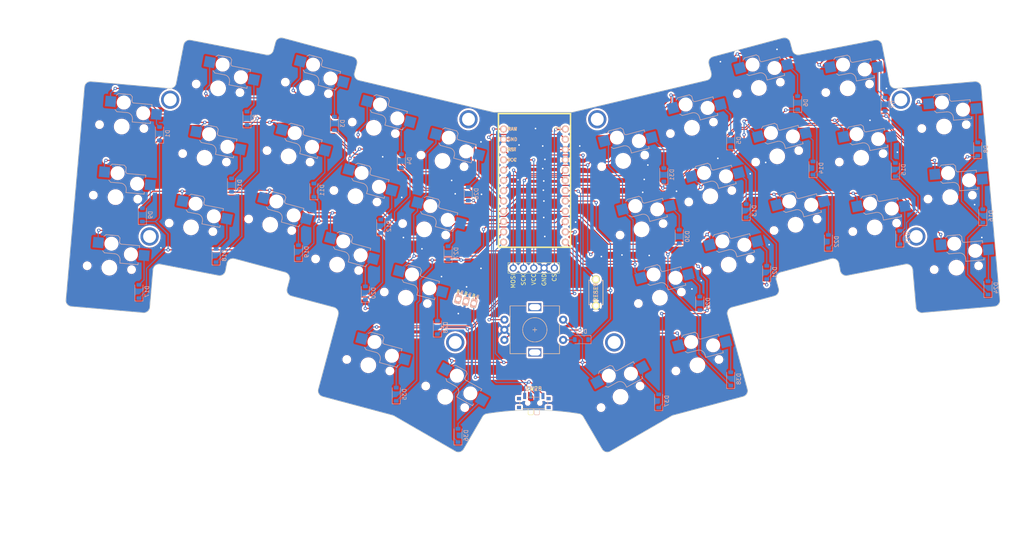
<source format=kicad_pcb>
(kicad_pcb (version 20221018) (generator pcbnew)
  (layers (0 "F.Cu" signal) (31 "B.Cu" signal) (34 "B.Paste" user) (35 "F.Paste" user) (36 "B.SilkS" user "B.Silkscreen") (37 "F.SilkS" user "F.Silkscreen") (38 "B.Mask" user) (39 "F.Mask" user) (44 "Edge.Cuts" user))
  (net 0 "")
  (net 1 "col_0")
  (net 2 "Net-(D1-A)")
  (net 3 "col_1")
  (net 4 "Net-(D2-A)")
  (net 5 "col_2")
  (net 6 "Net-(D3-A)")
  (net 7 "col_3")
  (net 8 "Net-(D4-A)")
  (net 9 "col_4")
  (net 10 "Net-(D5-A)")
  (net 11 "col_5")
  (net 12 "Net-(D6-A)")
  (net 13 "col_6")
  (net 14 "Net-(D7-A)")
  (net 15 "col_7")
  (net 16 "Net-(D8-A)")
  (net 17 "Net-(D9-A)")
  (net 18 "Net-(D10-A)")
  (net 19 "Net-(D11-A)")
  (net 20 "Net-(D12-A)")
  (net 21 "Net-(D13-A)")
  (net 22 "Net-(D14-A)")
  (net 23 "Net-(D15-A)")
  (net 24 "Net-(D16-A)")
  (net 25 "Net-(D17-A)")
  (net 26 "Net-(D18-A)")
  (net 27 "Net-(D19-A)")
  (net 28 "Net-(D20-A)")
  (net 29 "Net-(D21-A)")
  (net 30 "Net-(D22-A)")
  (net 31 "Net-(D23-A)")
  (net 32 "Net-(D24-A)")
  (net 33 "Net-(D26-A)")
  (net 34 "Net-(D27-A)")
  (net 35 "Net-(D28-A)")
  (net 36 "Net-(D29-A)")
  (net 37 "Net-(D30-A)")
  (net 38 "Net-(D31-A)")
  (net 39 "Net-(D35-A)")
  (net 40 "Net-(D36-A)")
  (net 41 "Net-(D37-A)")
  (net 42 "Net-(D38-A)")
  (net 43 "SCK")
  (net 44 "3V3")
  (net 45 "GND")
  (net 46 "NVCS")
  (net 47 "row_0")
  (net 48 "row_1")
  (net 49 "row_2")
  (net 51 "bat+")
  (net 52 "RAW")
  (net 53 "row_3")
  (net 54 "row_4")
  (net 55 "MOSI")
  (net 56 "RESET")
  (net 57 "Net-(D25-A)")
  (net 58 "EncL")
  (net 59 "EncR")
  (footprint "Button_Switch_SMD:SW_SPDT_PCM12" (layer "F.Cu") (at 153.75 117.025)
    (fp_text reference "SW25")
    (fp_text value "SW_SPDT")
  )
  (footprint "Alaa:choc_hotswap" (layer "F.Cu") (at 105.206065 83.163405 -15)
    (fp_text reference "SW20" hide)
    (fp_text value "SW_Push" hide)
  )
  (footprint "" (layer "F.Cu") (at 244.348 42.418)
    (fp_text reference "")
    (fp_text value "")
  )
  (footprint "Alaa:RotaryEncoder_Alps_EC11E-Switch_Vertical_H20mm-keebio_modified" (layer "F.Cu") (at 154 99.25)
    (fp_text reference "SW26" hide)
    (fp_text value "Rotary_Encoder_Switch")
  )
  (footprint "Alaa:choc_hotswap" (layer "F.Cu") (at 52.049337 49.042558 -5)
    (fp_text reference "SW1" hide)
    (fp_text value "SW_Push" hide)
  )
  (footprint "" (layer "F.Cu") (at 135.636 47.244)
    (fp_text reference "")
    (fp_text value "")
  )
  (footprint "Alaa:choc_hotswap" (layer "F.Cu") (at 201.846839 83.163405 15)
    (fp_text reference "SW21" hide)
    (fp_text value "SW_Push" hide)
  )
  (footprint "Alaa:choc_hotswap" (layer "F.Cu") (at 237.896639 73.943184 11)
    (fp_text reference "SW23" hide)
    (fp_text value "SW_Push" hide)
  )
  (footprint "Alaa:choc_hotswap" (layer "F.Cu") (at 231.218324 39.586233 11)
    (fp_text reference "SW7" hide)
    (fp_text value "SW_Push" hide)
  )
  (footprint "Alaa:choc_hotswap" (layer "F.Cu") (at 175.824411 57.524894 15)
    (fp_text reference "SW32" hide)
    (fp_text value "SW_Push" hide)
  )
  (footprint "Alaa:3JST_BAT" (layer "F.Cu") (at 137.006148 92.192362 165)
    (fp_text reference "J1" hide)
    (fp_text value "Conn_01x08_Female" hide)
  )
  (footprint "Alaa:choc_hotswap" (layer "F.Cu") (at 112.914267 108.004888 -15)
    (fp_text reference "SW37" hide)
    (fp_text value "SW_Push" hide)
  )
  (footprint "Alaa:choc_hotswap" (layer "F.Cu") (at 184.883078 91.332298 15)
    (fp_text reference "SW30" hide)
    (fp_text value "SW_Push" hide)
  )
  (footprint "Alaa:choc_hotswap" (layer "F.Cu") (at 256.528792 66.475965 5)
    (fp_text reference "SW16" hide)
    (fp_text value "SW_Push" hide)
  )
  (footprint "Alaa:choc_hotswap" (layer "F.Cu") (at 192.788172 49.356002 15)
    (fp_text reference "SW5" hide)
    (fp_text value "SW_Push" hide)
  )
  (footprint "" (layer "F.Cu") (at 248.158 76.2)
    (fp_text reference "")
    (fp_text value "")
  )
  (footprint "Alaa:ResetSW" (layer "F.Cu") (at 169.076 90.043 90)
    (fp_text reference "SW34" hide)
    (fp_text value "SW_Push")
  )
  (footprint "Alaa:choc_hotswap" (layer "F.Cu") (at 109.735398 66.259703 -15)
    (fp_text reference "SW12" hide)
    (fp_text value "SW_Push" hide)
  )
  (footprint "Alaa:choc_hotswap" (layer "F.Cu") (at 75.83458 39.586233 -11)
    (fp_text reference "SW2" hide)
    (fp_text value "SW_Push" hide)
  )
  (footprint "Alaa:choc_hotswap" (layer "F.Cu") (at 213.828333 56.400441 15)
    (fp_text reference "SW14" hide)
    (fp_text value "SW_Push" hide)
  )
  (footprint "Alaa:choc_hotswap" (layer "F.Cu") (at 88.695237 73.304143 -15)
    (fp_text reference "SW19" hide)
    (fp_text value "SW_Push" hide)
  )
  (footprint "Alaa:choc_hotswap" (layer "F.Cu") (at 114.264732 49.356002 -15)
    (fp_text reference "SW4" hide)
    (fp_text value "SW_Push" hide)
  )
  (footprint "Alaa:choc_hotswap" (layer "F.Cu") (at 97.753904 39.496739 -15)
    (fp_text reference "SW3" hide)
    (fp_text value "SW_Push" hide)
  )
  (footprint "Alaa:choc_hotswap" (layer "F.Cu") (at 69.156265 73.943184 -11)
    (fp_text reference "SW18" hide)
    (fp_text value "SW_Push" hide)
  )
  (footprint "Alaa:choc_hotswap" (layer "F.Cu") (at 197.317505 66.259703 15)
    (fp_text reference "SW13" hide)
    (fp_text value "SW_Push" hide)
  )
  (footprint "Alaa:choc_hotswap" (layer "F.Cu") (at 175.161446 115.807411 29)
    (fp_text reference "SW39" hide)
    (fp_text value "SW_Push" hide)
  )
  (footprint "Alaa:choc_hotswap" (layer "F.Cu") (at 126.69916 74.428596 -15)
    (fp_text reference "SW28" hide)
    (fp_text value "SW_Push" hide)
  )
  (footprint "" (layer "F.Cu") (at 169.418 47.244)
    (fp_text reference "")
    (fp_text value "")
  )
  (footprint "" (layer "F.Cu") (at 174.498 102.362)
    (fp_text reference "")
    (fp_text value "")
  )
  (footprint "Alaa:choc_hotswap" (layer "F.Cu") (at 209.299 39.496739 15)
    (fp_text reference "SW6" hide)
    (fp_text value "SW_Push" hide)
  )
  (footprint "Alaa:choc_hotswap" (layer "F.Cu") (at 50.524112 66.475965 -5)
    (fp_text reference "SW9" hide)
    (fp_text value "SW_Push" hide)
  )
  (footprint "Alaa:choc_hotswap" (layer "F.Cu") (at 48.998886 83.909372 -5)
    (fp_text reference "SW17" hide)
    (fp_text value "SW_Push" hide)
  )
  (footprint "Alaa:choc_hotswap" (layer "F.Cu") (at 72.495422 56.764708 -11)
    (fp_text reference "SW10" hide)
    (fp_text value "SW_Push" hide)
  )
  (footprint "Alaa:choc_hotswap" (layer "F.Cu") (at 194.138637 108.004888 15)
    (fp_text reference "SW40" hide)
    (fp_text value "SW_Push" hide)
  )
  (footprint "Alaa:choc_hotswap" (layer "F.Cu") (at 131.228493 57.524894 -15)
    (fp_text reference "SW27" hide)
    (fp_text value "SW_Push" hide)
  )
  (footprint "Alaa:choc_hotswap" (layer "F.Cu") (at 122.169826 91.332298 -15)
    (fp_text reference "SW29" hide)
    (fp_text value "SW_Push" hide)
  )
  (footprint "Alaa:choc_hotswap" (layer "F.Cu") (at 255.003567 49.042558 5)
    (fp_text reference "SW8" hide)
    (fp_text value "SW_Push" hide)
  )
  (footprint "" (layer "F.Cu") (at 134.366 102.362)
    (fp_text reference "")
    (fp_text value "")
  )
  (footprint "Alaa:choc_hotswap" (layer "F.Cu") (at 234.557482 56.764708 11)
    (fp_text reference "SW15" hide)
    (fp_text value "SW_Push" hide)
  )
  (footprint "Alaa:choc_hotswap" (layer "F.Cu") (at 180.353744 74.428596 15)
    (fp_text reference "SW31" hide)
    (fp_text value "SW_Push" hide)
  )
  (footprint "Alaa:nice_view" (layer "F.Cu") (at 153.75 67.5)
    (fp_text reference "Display1" hide)
    (fp_text value "nice!view" hide)
  )
  (footprint "Alaa:choc_hotswap" (layer "F.Cu") (at 258.054018 83.909372 5)
    (fp_text reference "SW24" hide)
    (fp_text value "SW_Push" hide)
  )
  (footprint "Alaa:choc_hotswap" (layer "F.Cu") (at 131.891458 115.807411 -29)
    (fp_text reference "SW38" hide)
    (fp_text value "SW_Push" hide)
  )
  (footprint "Alaa:choc_hotswap" (layer "F.Cu") (at 93.224571 56.400441 -15)
    (fp_text reference "SW11" hide)
    (fp_text value "SW_Push" hide)
  )
  (footprint "Alaa:choc_hotswap" (layer "F.Cu") (at 218.357667 73.304143 15)
    (fp_text reference "SW22" hide)
    (fp_text value "SW_Push" hide)
  )
  (footprint "" (layer "F.Cu") (at 64.008 42.418)
    (fp_text reference "")
    (fp_text value "")
  )
  (footprint "" (layer "F.Cu") (at 58.928 76.2)
    (fp_text reference "")
    (fp_text value "")
  )
  (footprint "Diode_SMD:D_SOD-123" (layer "B.Cu") (at 222.67 59.31 90)
    (fp_text reference "D14")
    (fp_text value "1N4148")
  )
  (footprint "Diode_SMD:D_SOD-123" (layer "B.Cu") (at 206.16 69.85 90)
    (fp_text reference "D13")
    (fp_text value "1N4148")
  )
  (footprint "Diode_SMD:D_SOD-123" (layer "B.Cu") (at 57.15 70.866 90)
    (fp_text reference "D9")
    (fp_text value "1N4148")
  )
  (footprint "Diode_SMD:D_SOD-123" (layer "B.Cu") (at 185.84 60.96 90)
    (fp_text reference "D31")
    (fp_text value "1N4148")
  )
  (footprint "Diode_SMD:D_SOD-123" (layer "B.Cu") (at 112.18 90.17 90)
    (fp_text reference "D20")
    (fp_text value "1N4148")
  )
  (footprint "Diode_SMD:D_SOD-123" (layer "B.Cu") (at 202.35 111.38 90)
    (fp_text reference "D38")
    (fp_text value "1N4148")
  )
  (footprint "Diode_SMD:D_SOD-123" (layer "B.Cu") (at 194.73 92.71 90)
    (fp_text reference "D29")
    (fp_text value "1N4148")
  )
  (footprint "Diode_SMD:D_SOD-123" (layer "B.Cu") (at 137.58 65.66 90)
    (fp_text reference "D26")
    (fp_text value "1N4148")
  )
  (footprint "Diode_SMD:D_SOD-123" (layer "B.Cu") (at 218.86 43.18 90)
    (fp_text reference "D6")
    (fp_text value "1N4148")
  )
  (footprint "Diode_SMD:D_SOD-123" (layer "B.Cu") (at 99.48 64.77 90)
    (fp_text reference "D11")
    (fp_text value "1N4148")
  )
  (footprint "Diode_SMD:D_SOD-123" (layer "B.Cu") (at 104.56 48.26 90)
    (fp_text reference "D3")
    (fp_text value "1N4148")
  )
  (footprint "Diode_SMD:D_SOD-123" (layer "B.Cu") (at 165.52 101.68 180)
    (fp_text reference "D25")
    (fp_text value "1N4148")
  )
  (footprint "Diode_SMD:D_SOD-123" (layer "B.Cu") (at 79.16 63.5 90)
    (fp_text reference "D10")
    (fp_text value "1N4148")
  )
  (footprint "Diode_SMD:D_SOD-123" (layer "B.Cu") (at 115.99 73.66 90)
    (fp_text reference "D12")
    (fp_text value "1N4148")
  )
  (footprint "Diode_SMD:D_SOD-123" (layer "B.Cu") (at 129.96 98.68 90)
    (fp_text reference "D28")
    (fp_text value "1N4148")
  )
  (footprint "Diode_SMD:D_SOD-123" (layer "B.Cu") (at 265.85 88.9 90)
    (fp_text reference "D24")
    (fp_text value "1N4148")
  )
  (footprint "Diode_SMD:D_SOD-123" (layer "B.Cu") (at 264.58 71.12 90)
    (fp_text reference "D16")
    (fp_text value "1N4148")
  )
  (footprint "Diode_SMD:D_SOD-123" (layer "B.Cu") (at 75.35 80.9 90)
    (fp_text reference "D18")
    (fp_text value "1N4148")
  )
  (footprint "Diode_SMD:D_SOD-123" (layer "B.Cu") (at 189.65 76.2 90)
    (fp_text reference "D30")
    (fp_text value "1N4148")
  )
  (footprint "Diode_SMD:D_SOD-123" (layer "B.Cu") (at 263.31 54.61 90)
    (fp_text reference "D8")
    (fp_text value "1N4148")
  )
  (footprint "Diode_SMD:D_SOD-123" (layer "B.Cu") (at 211.24 85.09 90)
    (fp_text reference "D21")
    (fp_text value "1N4148")
  )
  (footprint "Diode_SMD:D_SOD-123" (layer "B.Cu") (at 121.07 57.53 90)
    (fp_text reference "D4")
    (fp_text value "1N4148")
  )
  (footprint "Diode_SMD:D_SOD-123" (layer "B.Cu") (at 240.45 43.56 90)
    (fp_text reference "D7")
    (fp_text value "1N4148")
  )
  (footprint "Button_Switch_SMD:SW_SPDT_PCM12" (layer "B.Cu") (at 153.754418 117.027091 180)
    (fp_text reference "SW33")
    (fp_text value "SW_SPDT")
  )
  (footprint "Alaa:nice_nano" (layer "B.Cu") (at 153.924 63.62675 -90)
    (fp_text reference "U1" hide)
    (fp_text value "nice_nano" hide)
  )
  (footprint "Diode_SMD:D_SOD-123" (layer "B.Cu") (at 132.588 80.264 90)
    (fp_text reference "D27")
    (fp_text value "1N4148")
  )
  (footprint "Diode_SMD:D_SOD-123" (layer "B.Cu") (at 202.35 52.45 90)
    (fp_text reference "D5")
    (fp_text value "1N4148")
  )
  (footprint "Diode_SMD:D_SOD-123" (layer "B.Cu") (at 95.67 80.01 90)
    (fp_text reference "D19")
    (fp_text value "1N4148")
  )
  (footprint "Diode_SMD:D_SOD-123" (layer "B.Cu") (at 242.99 59.69 90)
    (fp_text reference "D15")
    (fp_text value "1N4148")
  )
  (footprint "Diode_SMD:D_SOD-123" (layer "B.Cu") (at 135.04 125.35 90)
    (fp_text reference "D36")
    (fp_text value "1N4148")
  )
  (footprint "Diode_SMD:D_SOD-123" (layer "B.Cu") (at 244.094 76.454 90)
    (fp_text reference "D23")
    (fp_text value "1N4148")
  )
  (footprint "Diode_SMD:D_SOD-123" (layer "B.Cu") (at 226.48 77.47 90)
    (fp_text reference "D22")
    (fp_text value "1N4148")
  )
  (footprint "Diode_SMD:D_SOD-123" (layer "B.Cu") (at 82.97 46.99 90)
    (fp_text reference "D2")
    (fp_text value "1N4148")
  )
  (footprint "Diode_SMD:D_SOD-123" (layer "B.Cu") (at 119.8 115.19 90)
    (fp_text reference "D35")
    (fp_text value "1N4148")
  )
  (footprint "Diode_SMD:D_SOD-123" (layer "B.Cu") (at 184.57 116.84 90)
    (fp_text reference "D37")
    (fp_text value "1N4148")
  )
  (footprint "Diode_SMD:D_SOD-123" (layer "B.Cu") (at 61.38 50.8 90)
    (fp_text reference "D1")
    (fp_text value "1N4148")
  )
  (footprint "Diode_SMD:D_SOD-123" (layer "B.Cu") (at 56.3 89.79 90)
    (fp_text reference "D17")
    (fp_text value "1N4148")
  )
  (gr_arc (start 118.903037 120.376446) (mid 119.088832 120.439518) (end 119.264808 120.526297) (stroke (width 0.15)) (layer "Edge.Cuts"))
  (gr_arc (start 227.17664 81.707978) (mid 228.359775 81.884778) (end 229.03731 82.870653) (stroke (width 0.15)) (layer "Edge.Cuts"))
  (gr_line (start 229.03731 82.870653) (end 229.385916 84.66408) (stroke (width 0.15)) (layer "Edge.Cuts"))
  (gr_arc (start 201.570194 95.557319) (mid 201.720049 94.419094) (end 202.630853 93.720202) (stroke (width 0.15)) (layer "Edge.Cuts"))
  (gr_arc (start 92.378629 85.057977) (mid 93.289456 85.756865) (end 93.43929 86.895094) (stroke (width 0.15)) (layer "Edge.Cuts"))
  (gr_arc (start 214.195957 89.068427) (mid 214.04613 90.206677) (end 213.135297 90.905545) (stroke (width 0.15)) (layer "Edge.Cuts"))
  (gr_line (start 266.633024 67.213266) (end 268.790129 91.869085) (stroke (width 0.15)) (layer "Edge.Cuts"))
  (gr_arc (start 172.65382 129.264075) (mid 171.51558 129.413935) (end 170.604782 128.715037) (stroke (width 0.15)) (layer "Edge.Cuts"))
  (gr_arc (start 187.788096 120.526297) (mid 187.964072 120.439519) (end 188.149868 120.376446) (stroke (width 0.15)) (layer "Edge.Cuts"))
  (gr_line (start 119.264808 120.526297) (end 134.399084 129.264075) (stroke (width 0.15)) (layer "Edge.Cuts"))
  (gr_line (start 90.011765 28.208281) (end 89.47245 30.221031) (stroke (width 0.15)) (layer "Edge.Cuts"))
  (gr_line (start 219.315556 31.305243) (end 237.970393 27.67911) (stroke (width 0.15)) (layer "Edge.Cuts"))
  (gr_arc (start 243.184367 39.601882) (mid 242.150894 39.305557) (end 241.581193 38.393803) (stroke (width 0.15)) (layer "Edge.Cuts"))
  (gr_line (start 77.666987 84.66408) (end 78.015594 82.870653) (stroke (width 0.15)) (layer "Edge.Cuts"))
  (gr_arc (start 58.983625 93.681925) (mid 58.453519 94.700277) (end 57.358599 95.045483) (stroke (width 0.15)) (layer "Edge.Cuts"))
  (gr_line (start 239.729047 28.865337) (end 241.581193 38.393803) (stroke (width 0.15)) (layer "Edge.Cuts"))
  (gr_line (start 196.949882 33.591717) (end 197.532225 35.76505) (stroke (width 0.15)) (layer "Edge.Cuts"))
  (gr_arc (start 101.625809 115.747026) (mid 100.714958 115.048145) (end 100.565149 113.90991) (stroke (width 0.15)) (layer "Edge.Cuts"))
  (gr_line (start 188.149868 120.376446) (end 205.427095 115.747027) (stroke (width 0.15)) (layer "Edge.Cuts"))
  (gr_line (start 61.575666 83.064319) (end 75.908333 85.850307) (stroke (width 0.15)) (layer "Edge.Cuts"))
  (gr_line (start 101.625809 115.747027) (end 118.903036 120.376446) (stroke (width 0.15)) (layer "Edge.Cuts"))
  (gr_arc (start 65.471711 38.393804) (mid 64.901993 39.305537) (end 63.868536 39.601882) (stroke (width 0.15)) (layer "Edge.Cuts"))
  (gr_arc (start 213.613614 86.895095) (mid 213.763482 85.756887) (end 214.674274 85.057977) (stroke (width 0.15)) (layer "Edge.Cuts"))
  (gr_line (start 109.042362 31.7546) (end 91.848882 27.14762) (stroke (width 0.15)) (layer "Edge.Cuts"))
  (gr_line (start 214.195957 89.068427) (end 213.613614 86.895094) (stroke (width 0.15)) (layer "Edge.Cuts"))
  (gr_arc (start 142.243164 119.987345) (mid 153.526452 119.078933) (end 164.80974 119.987345) (stroke (width 0.15)) (layer "Edge.Cuts"))
  (gr_arc (start 249.694305 95.045483) (mid 248.599411 94.700245) (end 248.069279 93.681925) (stroke (width 0.15)) (layer "Edge.Cuts"))
  (gr_arc (start 109.042362 31.754599) (mid 109.953158 32.453494) (end 110.103022 33.591717) (stroke (width 0.15)) (layer "Edge.Cuts"))
  (gr_arc (start 110.581339 37.602168) (mid 109.67056 36.903273) (end 109.520679 35.76505) (stroke (width 0.15)) (layer "Edge.Cuts"))
  (gr_line (start 110.581339 37.602167) (end 143.950203 45.524894) (stroke (width 0.15)) (layer "Edge.Cuts"))
  (gr_line (start 215.204022 27.14762) (end 198.010542 31.7546) (stroke (width 0.15)) (layer "Edge.Cuts"))
  (gr_line (start 93.43929 86.895094) (end 92.856947 89.068427) (stroke (width 0.15)) (layer "Edge.Cuts"))
  (gr_line (start 38.262775 91.869085) (end 40.41988 67.213266) (stroke (width 0.15)) (layer "Edge.Cuts"))
  (gr_line (start 65.471711 38.393803) (end 67.323857 28.865337) (stroke (width 0.15)) (layer "Edge.Cuts"))
  (gr_line (start 217.580454 30.221031) (end 217.041139 28.208281) (stroke (width 0.15)) (layer "Edge.Cuts"))
  (gr_arc (start 59.795161 84.406027) (mid 60.38673 83.338809) (end 61.575666 83.064319) (stroke (width 0.15)) (layer "Edge.Cuts"))
  (gr_arc (start 268.790129 91.869086) (mid 268.444897 92.963999) (end 267.42657 93.494111) (stroke (width 0.15)) (layer "Edge.Cuts"))
  (gr_line (start 100.565149 113.90991) (end 105.482711 95.557319) (stroke (width 0.15)) (layer "Edge.Cuts"))
  (gr_line (start 69.082511 27.67911) (end 87.737348 31.305243) (stroke (width 0.15)) (layer "Edge.Cuts"))
  (gr_line (start 202.630853 93.720202) (end 213.135297 90.905545) (stroke (width 0.15)) (layer "Edge.Cuts"))
  (gr_line (start 201.570193 95.557319) (end 206.487755 113.90991) (stroke (width 0.15)) (layer "Edge.Cuts"))
  (gr_arc (start 196.949881 33.591716) (mid 197.099738 32.453489) (end 198.010542 31.754599) (stroke (width 0.15)) (layer "Edge.Cuts"))
  (gr_arc (start 237.970392 27.67911) (mid 239.095402 27.907995) (end 239.729047 28.865337) (stroke (width 0.15)) (layer "Edge.Cuts"))
  (gr_line (start 172.65382 129.264075) (end 187.788096 120.526297) (stroke (width 0.15)) (layer "Edge.Cuts"))
  (gr_arc (start 93.917607 90.905545) (mid 93.006799 90.206662) (end 92.856947 89.068427) (stroke (width 0.15)) (layer "Edge.Cuts"))
  (gr_arc (start 136.448122 128.715037) (mid 135.537313 129.413898) (end 134.399084 129.264075) (stroke (width 0.15)) (layer "Edge.Cuts"))
  (gr_line (start 264.188306 39.270005) (end 266.489217 65.569545) (stroke (width 0.15)) (layer "Edge.Cuts"))
  (gr_arc (start 141.100197 120.729202) (mid 141.582584 120.22101) (end 142.243164 119.987344) (stroke (width 0.15)) (layer "Edge.Cuts"))
  (gr_line (start 165.952707 120.729202) (end 170.604782 128.715037) (stroke (width 0.15)) (layer "Edge.Cuts"))
  (gr_line (start 163.105631 45.531146) (end 196.471564 37.602167) (stroke (width 0.15)) (layer "Edge.Cuts"))
  (gr_arc (start 42.864598 39.270005) (mid 43.394709 38.251673) (end 44.489624 37.906447) (stroke (width 0.15)) (layer "Edge.Cuts"))
  (gr_arc (start 262.56328 37.906447) (mid 263.658175 38.25168) (end 264.188306 39.270005) (stroke (width 0.15)) (layer "Edge.Cuts"))
  (gr_arc (start 219.315556 31.305242) (mid 218.234439 31.104895) (end 217.580454 30.221031) (stroke (width 0.15)) (layer "Edge.Cuts"))
  (gr_arc (start 197.532224 35.765051) (mid 197.382385 36.903298) (end 196.471564 37.602167) (stroke (width 0.15)) (layer "Edge.Cuts"))
  (gr_arc (start 104.422051 93.720201) (mid 105.332853 94.419094) (end 105.482711 95.557319) (stroke (width 0.15)) (layer "Edge.Cuts"))
  (gr_line (start 243.184367 39.601882) (end 262.56328 37.906447) (stroke (width 0.15)) (layer "Edge.Cuts"))
  (gr_arc (start 245.477237 83.064319) (mid 246.666218 83.338782) (end 247.257743 84.406026) (stroke (width 0.15)) (layer "Edge.Cuts"))
  (gr_arc (start 77.666988 84.66408) (mid 77.033345 85.621467) (end 75.908333 85.850307) (stroke (width 0.15)) (layer "Edge.Cuts"))
  (gr_line (start 231.144571 85.850307) (end 245.477238 83.064319) (stroke (width 0.15)) (layer "Edge.Cuts"))
  (gr_arc (start 231.144571 85.850307) (mid 230.019602 85.621401) (end 229.385916 84.66408) (stroke (width 0.15)) (layer "Edge.Cuts"))
  (gr_line (start 40.563687 65.569545) (end 42.864598 39.270005) (stroke (width 0.15)) (layer "Edge.Cuts"))
  (gr_line (start 136.448122 128.715037) (end 141.100197 120.729202) (stroke (width 0.15)) (layer "Edge.Cuts"))
  (gr_arc (start 206.487755 113.909909) (mid 206.337884 115.048109) (end 205.427095 115.747027) (stroke (width 0.15)) (layer "Edge.Cuts"))
  (gr_arc (start 67.323857 28.865338) (mid 67.957508 27.907993) (end 69.082511 27.67911) (stroke (width 0.15)) (layer "Edge.Cuts"))
  (gr_line (start 249.694305 95.045483) (end 267.42657 93.494111) (stroke (width 0.15)) (layer "Edge.Cuts"))
  (gr_line (start 40.563687 65.569545) (end 40.41988 67.213266) (stroke (width 0.15)) (layer "Edge.Cuts"))
  (gr_line (start 266.633024 67.213266) (end 266.489217 65.569545) (stroke (width 0.15)) (layer "Edge.Cuts"))
  (gr_arc (start 78.015594 82.870653) (mid 78.693163 81.884834) (end 79.876264 81.707978) (stroke (width 0.15)) (layer "Edge.Cuts"))
  (gr_arc (start 215.204022 27.14762) (mid 216.342279 27.297445) (end 217.041139 28.208281) (stroke (width 0.15)) (layer "Edge.Cuts"))
  (gr_line (start 79.876264 81.707978) (end 92.37863 85.057977) (stroke (width 0.15)) (layer "Edge.Cuts"))
  (gr_line (start 214.674274 85.057977) (end 227.17664 81.707978) (stroke (width 0.15)) (layer "Edge.Cuts"))
  (gr_line (start 143.950203 45.524894) (end 163.105631 45.531146) (stroke (width 0.15)) (layer "Edge.Cuts"))
  (gr_line (start 58.983625 93.681925) (end 59.795161 84.406026) (stroke (width 0.15)) (layer "Edge.Cuts"))
  (gr_arc (start 39.626333 93.494111) (mid 38.608 92.964) (end 38.262775 91.869085) (stroke (width 0.15)) (layer "Edge.Cuts"))
  (gr_arc (start 164.809739 119.987343) (mid 165.470333 120.220988) (end 165.952707 120.729202) (stroke (width 0.15)) (layer "Edge.Cuts"))
  (gr_line (start 44.489624 37.906447) (end 63.868536 39.601882) (stroke (width 0.15)) (layer "Edge.Cuts"))
  (gr_arc (start 90.011765 28.208281) (mid 90.710651 27.297441) (end 91.848882 27.14762) (stroke (width 0.15)) (layer "Edge.Cuts"))
  (gr_arc (start 89.47245 30.22103) (mid 88.818439 31.104854) (end 87.737348 31.305243) (stroke (width 0.15)) (layer "Edge.Cuts"))
  (gr_line (start 93.917607 90.905545) (end 104.42205 93.720202) (stroke (width 0.15)) (layer "Edge.Cuts"))
  (gr_line (start 39.626333 93.494111) (end 57.358599 95.045483) (stroke (width 0.15)) (layer "Edge.Cuts"))
  (gr_line (start 247.257743 84.406026) (end 248.069279 93.681925) (stroke (width 0.15)) (layer "Edge.Cuts"))
  (gr_line (start 109.520679 35.76505) (end 110.103022 33.591717) (stroke (width 0.15)) (layer "Edge.Cuts"))
  (segment (start 161.544 67.43675) (end 168.78275 67.43675) (width 0.25) (layer "F.Cu") (net 1))
  (segment (start 112.724693 91.134693) (end 119.888 98.298) (width 0.25) (layer "F.Cu") (net 1))
  (segment (start 168.78275 67.43675) (end 169.164 67.818) (width 0.25) (layer "F.Cu") (net 1))
  (segment (start 63.5 79.502) (end 89.789 79.502) (width 0.25) (layer "F.Cu") (net 1))
  (segment (start 108.458 89.281) (end 110.311693 91.134693) (width 0.25) (layer "F.Cu") (net 1))
  (segment (start 89.789 79.502) (end 99.568 89.281) (width 0.25) (layer "F.Cu") (net 1))
  (segment (start 138.555604 98.298) (end 147.318604 89.535) (width 0.25) (layer "F.Cu") (net 1))
  (segment (start 99.568 89.281) (end 108.458 89.281) (width 0.25) (layer "F.Cu") (net 1))
  (segment (start 110.311693 91.134693) (end 112.724693 91.134693) (width 0.25) (layer "F.Cu") (net 1))
  (segment (start 119.888 98.298) (end 138.555604 98.298) (width 0.25) (layer "F.Cu") (net 1))
  (segment (start 147.318604 89.535) (end 172.593 89.535) (width 0.25) (layer "F.Cu") (net 1))
  (via (at 169.164 67.818) (size 0.8) (drill 0.4) (layers "F.Cu" "B.Cu") (net 1))
  (via (at 172.72 89.535) (size 0.8) (drill 0.4) (layers "F.Cu" "B.Cu") (net 1))
  (via (at 63.5 79.502) (size 0.8) (drill 0.4) (layers "F.Cu" "B.Cu") (net 1))
  (segment (start 58.166 84.074) (end 62.738 79.502) (width 0.25) (layer "B.Cu") (net 1))
  (segment (start 63.5 75.652) (end 60.364 72.516) (width 0.25) (layer "B.Cu") (net 1))
  (segment (start 56.3 91.44) (end 58.166 89.574) (width 0.25) (layer "B.Cu") (net 1))
  (segment (start 172.678544 89.493544) (end 172.678544 77.936544) (width 0.25) (layer "B.Cu") (net 1))
  (segment (start 61.38 52.45) (end 61.38 71.5) (width 0.25) (layer "B.Cu") (net 1))
  (segment (start 58.166 89.574) (end 58.166 84.074) (width 0.25) (layer "B.Cu") (net 1))
  (segment (start 62.738 79.502) (end 63.5 79.502) (width 0.25) (layer "B.Cu") (net 1))
  (segment (start 61.38 71.5) (end 60.364 72.516) (width 0.25) (layer "B.Cu") (net 1))
  (segment (start 167.17 101.68) (end 167.56 101.68) (width 0.25) (layer "B.Cu") (net 1))
  (segment (start 169.164 74.422) (end 169.164 67.818) (width 0.25) (layer "B.Cu") (net 1))
  (segment (start 172.678544 89.576456) (end 172.72 89.535) (width 0.25) (layer "B.Cu") (net 1))
  (segment (start 60.364 72.516) (end 57.15 72.516) (width 0.25) (layer "B.Cu") (net 1))
  (segment (start 169.164 74.422) (end 172.678544 77.936544) (width 0.25) (layer "B.Cu") (net 1))
  (segment (start 172.678544 96.561456) (end 172.678544 89.576456) (width 0.25) (layer "B.Cu") (net 1))
  (segment (start 172.72 89.535) (end 172.678544 89.493544) (width 0.25) (layer "B.Cu") (net 1))
  (segment (start 167.56 101.68) (end 172.678544 96.561456) (width 0.25) (layer "B.Cu") (net 1))
  (segment (start 63.5 79.502) (end 63.5 75.652) (width 0.25) (layer "B.Cu") (net 1))
  (segment (start 60.619682 48.389682) (end 61.38 49.15) (width 0.25) (layer "B.Cu") (net 2))
  (segment (start 60.619682 46.028043) (end 60.619682 48.389682) (width 0.25) (layer "B.Cu") (net 2))
  (segment (start 138.85 67.31) (end 133.77 67.31) (width 0.25) (layer "F.Cu") (net 3))
  (segment (start 99.48 50.8) (end 95.67 46.99) (width 0.25) (layer "F.Cu") (net 3))
  (segment (start 148.002895 69.97675) (end 146.732645 71.247) (width 0.25) (layer "F.Cu") (net 3))
  (segment (start 142.787 71.247) (end 138.85 67.31) (width 0.25) (layer "F.Cu") (net 3))
  (segment (start 104.56 50.8) (end 99.48 50.8) (width 0.25) (layer "F.Cu") (net 3))
  (segment (start 124.46 64.77) (end 119.38 59.69) (width 0.25) (layer "F.Cu") (net 3))
  (segment (start 146.732645 71.247) (end 142.787 71.247) (width 0.25) (layer "F.Cu") (net 3))
  (segment (start 115.99 59.69) (end 112.18 55.88) (width 0.25) (layer "F.Cu") (net 3))
  (segment (start 119.38 59.69) (end 115.99 59.69) (width 0.25) (layer "F.Cu") (net 3))
  (segment (start 133.77 67.31) (end 131.23 64.77) (width 0.25) (layer "F.Cu") (net 3))
  (segment (start 131.23 64.77) (end 124.46 64.77) (width 0.25) (layer "F.Cu") (net 3))
  (segment (start 95.67 46.99) (end 85.51 46.99) (width 0.25) (layer "F.Cu") (net 3))
  (segment (start 161.544 69.97675) (end 148.002895 69.97675) (width 0.25) (layer "F.Cu") (net 3))
  (segment (start 112.18 55.88) (end 109.64 55.88) (width 0.25) (layer "F.Cu") (net 3))
  (segment (start 109.64 55.88) (end 104.56 50.8) (width 0.25) (layer "F.Cu") (net 3))
  (via (at 85.51 46.99) (size 0.8) (drill 0.4) (layers "F.Cu" "B.Cu") (net 3))
  (via (at 138.85 67.31) (size 0.8) (drill 0.4) (layers "F.Cu" "B.Cu") (net 3))
  (segment (start 85.51 46.99) (end 85.51 60.180024) (width 0.25) (layer "B.Cu") (net 3))
  (segment (start 137.58 67.31) (end 138.85 67.31) (width 0.25) (layer "B.Cu") (net 3))
  (segment (start 83.86 48.64) (end 85.51 46.99) (width 0.25) (layer "B.Cu") (net 3))
  (segment (start 82.97 48.64) (end 83.86 48.64) (width 0.25) (layer "B.Cu") (net 3))
  (segment (start 80.540024 65.15) (end 81.7 63.990024) (width 0.25) (layer "B.Cu") (net 3))
  (segment (start 85.51 60.180024) (end 81.7 63.990024) (width 0.25) (layer "B.Cu") (net 3))
  (segment (start 79.16 65.15) (end 80.540024 65.15) (width 0.25) (layer "B.Cu") (net 3))
  (segment (start 81.7 76.2) (end 75.35 82.55) (width 0.25) (layer "B.Cu") (net 3))
  (segment (start 81.7 63.990024) (end 81.7 76.2) (width 0.25) (layer "B.Cu") (net 3))
  (segment (start 84.673078 37.484076) (end 84.673078 43.636922) (width 0.25) (layer "B.Cu") (net 4))
  (segment (start 84.673078 43.636922) (end 82.97 45.34) (width 0.25) (layer "B.Cu") (net 4))
  (segment (start 130.81 82.042) (end 122.81841 82.042) (width 0.25) (layer "F.Cu") (net 5))
  (segment (start 113.16641 72.39) (end 100.75 72.39) (width 0.25) (layer "F.Cu") (net 5))
  (segment (start 141.91755 73.85545) (end 160.2053 73.85545) (width 0.25) (layer "F.Cu") (net 5))
  (segment (start 135.258016 81.476) (end 131.376 81.476) (width 0.25) (layer "F.Cu") (net 5))
  (segment (start 160.2053 73.85545) (end 161.544 72.51675) (width 0.25) (layer "F.Cu") (net 5))
  (segment (start 131.376 81.476) (end 130.81 82.042) (width 0.25) (layer "F.Cu") (net 5))
  (segment (start 135.824016 82.042) (end 135.258016 81.476) (width 0.25) (layer "F.Cu") (net 5))
  (segment (start 122.81841 82.042) (end 113.16641 72.39) (width 0.25) (layer "F.Cu") (net 5))
  (segment (start 141.351 74.422) (end 141.91755 73.85545) (width 0.25) (layer "F.Cu") (net 5))
  (via (at 128.69 82.042) (size 0.8) (drill 0.4) (layers "F.Cu" "B.Cu") (net 5))
  (via (at 141.351 74.422) (size 0.8) (drill 0.4) (layers "F.Cu" "B.Cu") (net 5))
  (via (at 100.75 72.39) (size 0.8) (drill 0.4) (layers "F.Cu" "B.Cu") (net 5))
  (via (at 135.824016 82.042) (size 0.8) (drill 0.4) (layers "F.Cu" "B.Cu") (net 5))
  (segment (start 132.716 82.042) (end 132.588 81.914) (width 0.25) (layer "B.Cu") (net 5))
  (segment (start 99.472007 73.667993) (end 99.472007 77.857993) (width 0.25) (layer "B.Cu") (net 5))
  (segment (start 99.48 66.42) (end 99.48 64.490648) (width 0.25) (layer "B.Cu") (net 5))
  (segment (start 107.1 56.870648) (end 107.1 52.07) (width 0.25) (layer "B.Cu") (net 5))
  (segment (start 99.472007 77.857993) (end 95.67 81.66) (width 0.25) (layer "B.Cu") (net 5))
  (segment (start 104.94 49.91) (end 104.56 49.91) (width 0.25) (layer "B.Cu") (net 5))
  (segment (start 100.75 67.69) (end 99.48 66.42) (width 0.25) (layer "B.Cu") (net 5))
  (segment (start 124.88 111.76) (end 119.8 116.84) (width 0.25) (layer "B.Cu") (net 5))
  (segment (start 128.69 83.82) (end 125.584799 86.925201) (width 0.25) (layer "B.Cu") (net 5))
  (segment (start 135.824016 82.042) (end 132.716 82.042) (width 0.25) (layer "B.Cu") (net 5))
  (segment (start 135.824016 82.042) (end 137.924971 82.042) (width 0.25) (layer "B.Cu") (net 5))
  (segment (start 107.1 52.07) (end 104.94 49.91) (width 0.25) (layer "B.Cu") (net 5))
  (segment (start 99.48 64.490648) (end 100.075648 63.895) (width 0.25) (layer "B.Cu") (net 5))
  (segment (start 128.69 82.042) (end 128.69 83.82) (width 0.25) (layer "B.Cu") (net 5))
  (segment (start 125.584799 86.925201) (end 125.584799 92.005201) (width 0.25) (layer "B.Cu") (net 5))
  (segment (start 100.405 63.565648) (end 107.1 56.870648) (width 0.25) (layer "B.Cu") (net 5))
  (segment (start 125.584799 92.005201) (end 124.88 92.71) (width 0.25) (layer "B.Cu") (net 5))
  (segment (start 124.88 92.71) (end 124.88 111.76) (width 0.25) (layer "B.Cu") (net 5))
  (segment (start 100.75 72.39) (end 99.472007 73.667993) (width 0.25) (layer "B.Cu") (net 5))
  (segment (start 100.082817 63.895) (end 100.405 63.572817) (width 0.25) (layer "B.Cu") (net 5))
  (segment (start 137.924971 82.042) (end 141.351 78.615971) (width 0.25) (layer "B.Cu") (net 5))
  (segment (start 100.75 72.39) (end 100.75 67.69) (width 0.25) (layer "B.Cu") (net 5))
  (segment (start 100.075648 63.895) (end 100.082817 63.895) (width 0.25) (layer "B.Cu") (net 5))
  (segment (start 141.351 78.615971) (end 141.351 74.422) (width 0.25) (layer "B.Cu") (net 5))
  (segment (start 100.405 63.572817) (end 100.405 63.565648) (width 0.25) (layer "B.Cu") (net 5))
  (segment (start 106.717511 38.016246) (end 104.56 40.173757) (width 0.25) (layer "B.Cu") (net 6))
  (segment (start 104.56 40.173757) (end 104.56 46.61) (width 0.25) (layer "B.Cu") (net 6))
  (segment (start 137.369788 99.0225) (end 137.095288 98.748) (width 0.25) (layer "F.Cu") (net 7))
  (segment (start 163.957 75.05675) (end 161.544 75.05675) (width 0.25) (layer "F.Cu") (net 7))
  (segment (start 137.369788 99.0225) (end 138.4675 99.0225) (width 0.25) (layer "F.Cu") (net 7))
  (segment (start 119.701604 98.748) (end 114.933604 93.98) (width 0.25) (layer "F.Cu") (net 7))
  (segment (start 147.193 90.297) (end 163.83 90.297) (width 0.25) (layer "F.Cu") (net 7))
  (segment (start 137.095288 98.748) (end 119.701604 98.748) (width 0.25) (layer "F.Cu") (net 7))
  (segment (start 114.933604 93.98) (end 112.18 93.98) (width 0.25) (layer "F.Cu") (net 7))
  (segment (start 138.4675 99.0225) (end 147.193 90.297) (width 0.25) (layer "F.Cu") (net 7))
  (via (at 112.18 93.98) (size 0.8) (drill 0.4) (layers "F.Cu" "B.Cu") (net 7))
  (via (at 163.957 75.05675) (size 0.8) (drill 0.4) (layers "F.Cu" "B.Cu") (net 7))
  (via (at 163.83 90.297) (size 0.8) (drill 0.4) (layers "F.Cu" "B.Cu") (net 7))
  (via (at 137.369788 99.0225) (size 0.8) (drill 0.4) (layers "F.Cu" "B.Cu") (net 7))
  (segment (start 163.449 75.56475) (end 163.449 89.916) (width 0.25) (layer "B.Cu") (net 7))
  (segment (start 163.449 89.916) (end 163.83 90.297) (width 0.25) (layer "B.Cu") (net 7))
  (segment (start 112.18 93.98) (end 112.18 91.82) (width 0.25) (layer "B.Cu") (net 7))
  (segment (start 123.19 66.294) (end 123.19 61.3) (width 0.25) (layer "B.Cu") (net 7))
  (segment (start 134.115 114.971) (end 134.115 126.075) (width 0.25) (layer "B.Cu") (net 7))
  (segment (start 116.435768 75.755768) (end 115.99 75.31) (width 0.25) (layer "B.Cu") (net 7))
  (segment (start 137.58 111.506) (end 134.115 114.971) (width 0.25) (layer "B.Cu") (net 7))
  (segment (start 123.19 61.3) (end 121.07 59.18) (width 0.25) (layer "B.Cu") (net 7))
  (segment (start 136.899288 98.552) (end 131.738 98.552) (width 0.25) (layer "B.Cu") (net 7))
  (segment (start 134.115 126.075) (end 135.04 127) (width 0.25) (layer "B.Cu") (net 7))
  (segment (start 137.58 99.232712) (end 137.58 111.506) (width 0.25) (layer "B.Cu") (net 7))
  (segment (start 131.738 98.552) (end 129.96 100.33) (width 0.25) (layer "B.Cu") (net 7))
  (segment (start 116.435768 87.564232) (end 116.435768 75.755768) (width 0.25) (layer "B.Cu") (net 7))
  (segment (start 119.38 70.104) (end 123.19 66.294) (width 0.25) (layer "B.Cu") (net 7))
  (segment (start 115.99 75.31) (end 119.38 71.92) (width 0.25) (layer "B.Cu") (net 7))
  (segment (start 137.369788 99.0225) (end 137.58 99.232712) (width 0.25) (layer "B.Cu") (net 7))
  (segment (start 112.18 91.82) (end 116.435768 87.564232) (width 0.25) (layer "B.Cu") (net 7))
  (segment (start 137.369788 99.0225) (end 136.899288 98.552) (width 0.25) (layer "B.Cu") (net 7))
  (segment (start 163.957 75.05675) (end 163.449 75.56475) (width 0.25) (layer "B.Cu") (net 7))
  (segment (start 119.38 71.92) (end 119.38 70.104) (width 0.25) (layer "B.Cu") (net 7))
  (segment (start 121.07 50.033848) (end 121.07 55.88) (width 0.25) (layer "B.Cu") (net 8))
  (segment (start 123.228339 47.875509) (end 121.07 50.033848) (width 0.25) (layer "B.Cu") (net 8))
  (segment (start 210.986 87.884) (end 211.24 88.138) (width 0.25) (layer "F.Cu") (net 9))
  (segment (start 203.112 87.884) (end 210.986 87.884) (width 0.25) (layer "F.Cu") (net 9))
  (segment (start 161.544 77.59675) (end 166.28025 82.333) (width 0.25) (layer "F.Cu") (net 9))
  (segment (start 195.746 95.25) (end 196.508 94.488) (width 0.25) (layer "F.Cu") (net 9))
  (segment (start 196.508 94.488) (end 203.112 87.884) (width 0.25) (layer "F.Cu") (net 9))
  (segment (start 166.28025 82.333) (end 193.077 82.333) (width 0.25) (layer "F.Cu") (net 9))
  (segment (start 185.293 95.25) (end 195.746 95.25) (width 0.25) (layer "F.Cu") (net 9))
  (segment (start 193.077 82.333) (end 194.31 83.566) (width 0.25) (layer "F.Cu") (net 9))
  (via (at 196.508 94.488) (size 0.8) (drill 0.4) (layers "F.Cu" "B.Cu") (net 9))
  (via (at 211.24 88.138) (size 0.8) (drill 0.4) (layers "F.Cu" "B.Cu") (net 9))
  (via (at 185.293 95.25) (size 0.8) (drill 0.4) (layers "F.Cu" "B.Cu") (net 9))
  (via (at 194.31 83.566) (size 0.8) (drill 0.4) (layers "F.Cu" "B.Cu") (net 9))
  (segment (start 194.73 94.36) (end 196.508 94.488) (width 0.25) (layer "B.Cu") (net 9))
  (segment (start 196.508 87.034) (end 196.508 94.488) (width 0.25) (layer "B.Cu") (net 9))
  (segment (start 208.446 60.196) (end 202.35 54.1) (width 0.25) (layer "B.Cu") (net 9))
  (segment (start 195.18 85.706) (end 196.508 87.034) (width 0.25) (layer "B.Cu") (net 9))
  (segment (start 213.614 77.978) (end 207.136 71.5) (width 0.25) (layer "B.Cu") (net 9))
  (segment (start 194.31 83.566) (end 195.18 84.436) (width 0.25) (layer "B.Cu") (net 9))
  (segment (start 211.24 86.74) (end 213.614 84.366) (width 0.25) (layer "B.Cu") (net 9))
  (segment (start 184.57 118.49) (end 185.495 117.565) (width 0.25) (layer "B.Cu") (net 9))
  (segment (start 195.18 84.436) (end 195.18 85.706) (width 0.25) (layer "B.Cu") (net 9))
  (segment (start 213.614 84.366) (end 213.614 77.978) (width 0.25) (layer "B.Cu") (net 9))
  (segment (start 207.136 71.5) (end 206.16 71.5) (width 0.25) (layer "B.Cu") (net 9))
  (segment (start 185.495 117.565) (end 185.495 95.452) (width 0.25) (layer "B.Cu") (net 9))
  (segment (start 206.16 71.5) (end 208.446 69.214) (width 0.25) (layer "B.Cu") (net 9))
  (segment (start 208.446 69.214) (end 208.446 60.196) (width 0.25) (layer "B.Cu") (net 9))
  (segment (start 211.24 86.74) (end 211.24 88.138) (width 0.25) (layer "B.Cu") (net 9))
  (segment (start 185.293 95.25) (end 185.495 95.452) (width 0.25) (layer "B.Cu") (net 9))
  (segment (start 199.810637 43.592054) (end 202.35 46.131417) (width 0.25) (layer "B.Cu") (net 10))
  (segment (start 202.35 46.131417) (end 202.35 50.8) (width 0.25) (layer "B.Cu") (net 10))
  (segment (start 146.304 59.81675) (end 147.5053 58.61545) (width 0.25) (layer "F.Cu") (net 11))
  (segment (start 166.97555 58.61545) (end 167.044 58.547) (width 0.25) (layer "F.Cu") (net 11))
  (segment (start 215.05 45.847) (end 215.939 44.958) (width 0.25) (layer "F.Cu") (net 11))
  (segment (start 167.044 58.547) (end 167.868501 57.722499) (width 0.25) (layer "F.Cu") (net 11))
  (segment (start 167.806 80.645) (end 169.076 79.375) (width 0.25) (layer "F.Cu") (net 11))
  (segment (start 167.868501 57.722499) (end 172.440501 57.722499) (width 0.25) (layer "F.Cu") (net 11))
  (segment (start 172.440501 57.722499) (end 175.426 54.737) (width 0.25) (layer "F.Cu") (net 11))
  (segment (start 175.426 54.737) (end 195.873 54.737) (width 0.25) (layer "F.Cu") (net 11))
  (segment (start 169.076 79.375) (end 185.713 79.375) (width 0.25) (layer "F.Cu") (net 11))
  (segment (start 147.5053 58.61545) (end 166.97555 58.61545) (width 0.25) (layer "F.Cu") (net 11))
  (segment (start 185.713 79.375) (end 186.856 80.518) (width 0.25) (layer "F.Cu") (net 11))
  (segment (start 195.873 54.737) (end 204.763 45.847) (width 0.25) (layer "F.Cu") (net 11))
  (segment (start 204.763 45.847) (end 215.05 45.847) (width 0.25) (layer "F.Cu") (net 11))
  (via (at 167.806 80.645) (size 0.8) (drill 0.4) (layers "F.Cu" "B.Cu") (net 11))
  (via (at 215.939 44.958) (size 0.8) (drill 0.4) (layers "F.Cu" "B.Cu") (net 11))
  (via (at 186.856 80.645) (size 0.8) (drill 0.4) (layers "F.Cu" "B.Cu") (net 11))
  (via (at 167.044 58.547) (size 0.8) (drill 0.4) (layers "F.Cu" "B.Cu") (net 11))
  (segment (start 186.867136 80.633864) (end 186.867136 80.632864) (width 0.25) (layer "B.Cu") (net 11))
  (segment (start 167.044 79.883) (end 167.806 80.645) (width 0.25) (layer "B.Cu") (net 11))
  (segment (start 222.67 60.96) (end 223.595 60.035) (width 0.25) (layer "B.Cu") (net 11))
  (segment (start 215.939 44.958) (end 218.732 44.958) (width 0.25) (layer "B.Cu") (net 11))
  (segment (start 218.732 44.958) (end 218.86 44.83) (width 0.25) (layer "B.Cu") (net 11))
  (segment (start 223.595 49.565) (end 218.86 44.83) (width 0.25) (layer "B.Cu") (net 11))
  (segment (start 186.856 80.645) (end 186.867136 80.633864) (width 0.25) (layer "B.Cu") (net 11))
  (segment (start 186.867136 80.656136) (end 186.856 80.645) (width 0.25) (layer "B.Cu") (net 11))
  (segment (start 186.867136 80.632864) (end 189.65 77.85) (width 0.25) (layer "B.Cu") (net 11))
  (segment (start 227.405 78.195) (end 227.405 65.695) (width 0.25) (layer "B.Cu") (net 11))
  (segment (start 186.867136 88.313943) (end 186.867136 80.656136) (width 0.25) (layer "B.Cu") (net 11))
  (segment (start 194.473664 105.153664) (end 194.473664 95.920471) (width 0.25) (layer "B.Cu") (net 11))
  (segment (start 227.405 65.695) (end 222.67 60.96) (width 0.25) (layer "B.Cu") (net 11))
  (segment (start 167.044 58.547) (end 167.044 79.883) (width 0.25) (layer "B.Cu") (net 11))
  (segment (start 226.48 79.12) (end 227.405 78.195) (width 0.25) (layer "B.Cu") (net 11))
  (segment (start 223.595 60.035) (end 223.595 49.565) (width 0.25) (layer "B.Cu") (net 11))
  (segment (start 202.35 113.03) (end 194.473664 105.153664) (width 0.25) (layer "B.Cu") (net 11))
  (segment (start 194.473664 95.920471) (end 186.867136 88.313943) (width 0.25) (layer "B.Cu") (net 11))
  (segment (start 218.86 36.271326) (end 218.86 41.53) (width 0.25) (layer "B.Cu") (net 12))
  (segment (start 216.321465 33.732791) (end 218.86 36.271326) (width 0.25) (layer "B.Cu") (net 12))
  (segment (start 147.5053 61.15545) (end 182.47945 61.15545) (width 0.25) (layer "F.Cu") (net 13))
  (segment (start 228.386396 48.26) (end 230.164396 46.482) (width 0.25) (layer "F.Cu") (net 13))
  (segment (start 230.164396 46.482) (end 240.704 46.482) (width 0.25) (layer "F.Cu") (net 13))
  (segment (start 203.366 49.276) (end 205.994 49.276) (width 0.25) (layer "F.Cu") (net 13))
  (segment (start 182.47945 61.15545) (end 185.586 64.262) (width 0.25) (layer "F.Cu") (net 13))
  (segment (start 205.994 49.276) (end 207.01 48.26) (width 0.25) (layer "F.Cu") (net 13))
  (segment (start 146.304 62.35675) (end 147.5053 61.15545) (width 0.25) (layer "F.Cu") (net 13))
  (segment (start 187.235604 64.262) (end 193.077604 58.42) (width 0.25) (layer "F.Cu") (net 13))
  (segment (start 207.01 48.26) (end 228.386396 48.26) (width 0.25) (layer "F.Cu") (net 13))
  (segment (start 194.222 58.42) (end 203.366 49.276) (width 0.25) (layer "F.Cu") (net 13))
  (segment (start 185.586 64.262) (end 187.235604 64.262) (width 0.25) (layer "F.Cu") (net 13))
  (segment (start 193.077604 58.42) (end 194.222 58.42) (width 0.25) (layer "F.Cu") (net 13))
  (via (at 185.586 64.262) (size 0.8) (drill 0.4) (layers "F.Cu" "B.Cu") (net 13))
  (via (at 240.704 46.482) (size 0.8) (drill 0.4) (layers "F.Cu" "B.Cu") (net 13))
  (segment (start 240.45 46.14) (end 244.514 50.204) (width 0.25) (layer "B.Cu") (net 13))
  (segment (start 242.99 61.34) (end 243.624 61.34) (width 0.25) (layer "B.Cu") (net 13))
  (segment (start 240.45 45.21) (end 240.45 46.14) (width 0.25) (layer "B.Cu") (net 13))
  (segment (start 248.578 69.938) (end 245.75407 72.76193) (width 0.25) (layer "B.Cu") (net 13))
  (segment (start 244.514 59.816) (end 242.99 61.34) (width 0.25) (layer "B.Cu") (net 13))
  (segment (start 185.84 64.008) (end 185.586 64.262) (width 0.25) (layer "B.Cu") (net 13))
  (segment (start 243.624 61.34) (end 248.578 66.294) (width 0.25) (layer "B.Cu") (net 13))
  (segment (start 240.45 45.21) (end 240.45 46.228) (width 0.25) (layer "B.Cu") (net 13))
  (segment (start 245.75407 72.76193) (end 245.75407 74.521747) (width 0.25) (layer "B.Cu") (net 13))
  (segment (start 245.75407 74.521747) (end 244.094 76.181817) (width 0.25) (layer "B.Cu") (net 13))
  (segment (start 244.094 76.181817) (end 244.094 78.104) (width 0.25) (layer "B.Cu") (net 13))
  (segment (start 248.578 66.294) (end 248.578 69.938) (width 0.25) (layer "B.Cu") (net 13))
  (segment (start 185.84 62.61) (end 185.84 64.008) (width 0.25) (layer "B.Cu") (net 13))
  (segment (start 244.514 50.204) (end 244.514 59.816) (width 0.25) (layer "B.Cu") (net 13))
  (segment (start 240.45 46.228) (end 240.704 46.482) (width 0.25) (layer "B.Cu") (net 13))
  (segment (start 238.625755 40.085755) (end 240.45 41.91) (width 0.25) (layer "B.Cu") (net 14))
  (segment (start 238.625755 34.326188) (end 238.625755 40.085755) (width 0.25) (layer "B.Cu") (net 14))
  (segment (start 187.147 64.987) (end 193.264 58.87) (width 0.25) (layer "F.Cu") (net 15))
  (segment (start 147.6427 63.55805) (end 183.856745 63.55805) (width 0.25) (layer "F.Cu") (net 15))
  (segment (start 203.552396 49.726) (end 206.180396 49.726) (width 0.25) (layer "F.Cu") (net 15))
  (segment (start 240.734 48.71) (end 250.153 58.129) (width 0.25) (layer "F.Cu") (net 15))
  (segment (start 250.153 58.129) (end 259.029 58.129) (width 0.25) (layer "F.Cu") (net 15))
  (segment (start 259.029 58.129) (end 260.643 56.515) (width 0.25) (layer "F.Cu") (net 15))
  (segment (start 185.285695 64.987) (end 187.147 64.987) (width 0.25) (layer "F.Cu") (net 15))
  (segment (start 260.643 56.515) (end 260.77 56.515) (width 0.25) (layer "F.Cu") (net 15))
  (segment (start 146.304 64.89675) (end 147.6427 63.55805) (width 0.25) (layer "F.Cu") (net 15))
  (segment (start 206.180396 49.726) (end 207.196396 48.71) (width 0.25) (layer "F.Cu") (net 15))
  (segment (start 194.408396 58.87) (end 203.552396 49.726) (width 0.25) (layer "F.Cu") (net 15))
  (segment (start 183.856745 63.55805) (end 185.285695 64.987) (width 0.25) (layer "F.Cu") (net 15))
  (segment (start 193.264 58.87) (end 194.408396 58.87) (width 0.25) (layer "F.Cu") (net 15))
  (segment (start 207.196396 48.71) (end 240.734 48.71) (width 0.25) (layer "F.Cu") (net 15))
  (via (at 260.77 56.515) (size 0.8) (drill 0.4) (layers "F.Cu" "B.Cu") (net 15))
  (segment (start 260.833158 85.533158) (end 265.85 90.55) (width 0.25) (layer "B.Cu") (net 15))
  (segment (start 263.31 56.26) (end 259.307932 60.262068) (width 0.25) (layer "B.Cu") (net 15))
  (segment (start 259.307932 60.262068) (end 259.307932 67.497932) (width 0.25) (layer "B.Cu") (net 15))
  (segment (start 259.307932 67.497932) (end 264.58 72.77) (width 0.25) (layer "B.Cu") (net 15))
  (segment (start 264.58 72.77) (end 260.833158 76.516842) (width 0.25) (layer "B.Cu") (net 15))
  (segment (start 263.31 56.26) (end 263.055 56.515) (width 0.25) (layer "B.Cu") (net 15))
  (segment (start 263.055 56.515) (end 260.77 56.515) (width 0.25) (layer "B.Cu") (net 15))
  (segment (start 260.833158 76.516842) (end 260.833158 85.533158) (width 0.25) (layer "B.Cu") (net 15))
  (segment (start 262.920244 44.585615) (end 262.920244 52.570244) (width 0.25) (layer "B.Cu") (net 16))
  (segment (start 262.920244 52.570244) (end 263.31 52.96) (width 0.25) (layer "B.Cu") (net 16))
  (segment (start 59.094457 67.271543) (end 57.15 69.216) (width 0.25) (layer "B.Cu") (net 17))
  (segment (start 59.094457 63.46145) (end 59.094457 67.271543) (width 0.25) (layer "B.Cu") (net 17))
  (segment (start 81.33392 59.67608) (end 79.16 61.85) (width 0.25) (layer "B.Cu") (net 18))
  (segment (start 81.33392 54.662551) (end 81.33392 59.67608) (width 0.25) (layer "B.Cu") (net 18))
  (segment (start 102.188178 60.411822) (end 99.48 63.12) (width 0.25) (layer "B.Cu") (net 19))
  (segment (start 102.188178 54.919948) (end 102.188178 60.411822) (width 0.25) (layer "B.Cu") (net 19))
  (segment (start 118.699005 69.300995) (end 115.99 72.01) (width 0.25) (layer "B.Cu") (net 20))
  (segment (start 118.699005 64.77921) (end 118.699005 69.300995) (width 0.25) (layer "B.Cu") (net 20))
  (segment (start 206.16 62.315785) (end 206.16 68.2) (width 0.25) (layer "B.Cu") (net 21))
  (segment (start 204.33997 60.495755) (end 206.16 62.315785) (width 0.25) (layer "B.Cu") (net 21))
  (segment (start 222.67 52.455695) (end 222.67 57.66) (width 0.25) (layer "B.Cu") (net 22))
  (segment (start 220.850798 50.636493) (end 222.67 52.455695) (width 0.25) (layer "B.Cu") (net 22))
  (segment (start 241.964913 51.504663) (end 241.964913 57.014913) (width 0.25) (layer "B.Cu") (net 23))
  (segment (start 241.964913 57.014913) (end 242.99 58.04) (width 0.25) (layer "B.Cu") (net 23))
  (segment (start 264.445469 69.335469) (end 264.58 69.47) (width 0.25) (layer "B.Cu") (net 24))
  (segment (start 264.445469 62.019022) (end 264.445469 69.335469) (width 0.25) (layer "B.Cu") (net 24))
  (segment (start 57.569231 80.894857) (end 57.569231 86.870769) (width 0.25) (layer "B.Cu") (net 25))
  (segment (start 57.569231 86.870769) (end 56.3 88.14) (width 0.25) (layer "B.Cu") (net 25))
  (segment (start 77.994763 71.841027) (end 77.994763 76.605237) (width 0.25) (layer "B.Cu") (net 26))
  (segment (start 77.994763 76.605237) (end 75.35 79.25) (width 0.25) (layer "B.Cu") (net 26))
  (segment (start 97.658844 71.82365) (end 95.67 73.812494) (width 0.25) (layer "B.Cu") (net 27))
  (segment (start 95.67 73.812494) (end 95.67 78.36) (width 0.25) (layer "B.Cu") (net 27))
  (segment (start 114.169672 81.682912) (end 112.18 83.672584) (width 0.25) (layer "B.Cu") (net 28))
  (segment (start 112.18 83.672584) (end 112.18 88.52) (width 0.25) (layer "B.Cu") (net 28))
  (segment (start 208.869304 77.399457) (end 211.24 79.770153) (width 0.25) (layer "B.Cu") (net 29))
  (segment (start 211.24 79.770153) (end 211.24 83.44) (width 0.25) (layer "B.Cu") (net 29))
  (segment (start 226.48 68.640063) (end 226.48 75.82) (width 0.25) (layer "B.Cu") (net 30))
  (segment (start 225.380132 67.540195) (end 226.48 68.640063) (width 0.25) (layer "B.Cu") (net 30))
  (segment (start 244.60814 74.804) (end 244.094 74.804) (width 0.25) (layer "B.Cu") (net 31))
  (segment (start 245.30407 68.683139) (end 245.30407 74.10807) (width 0.25) (layer "B.Cu") (net 31))
  (segment (start 245.30407 74.10807) (end 244.60814 74.804) (width 0.25) (layer "B.Cu") (net 31))
  (segment (start 265.970695 87.129305) (end 265.85 87.25) (width 0.25) (layer "B.Cu") (net 32))
  (segment (start 265.970695 79.452429) (end 265.970695 87.129305) (width 0.25) (layer "B.Cu") (net 32))
  (segment (start 140.1921 61.3979) (end 137.58 64.01) (width 0.25) (layer "B.Cu") (net 33))
  (segment (start 140.1921 56.044401) (end 140.1921 61.3979) (width 0.25) (layer "B.Cu") (net 33))
  (segment (start 135.662767 72.948103) (end 133.77 74.84087) (width 0.25) (layer "B.Cu") (net 34))
  (segment (start 133.77 74.84087) (end 133.77 77.432) (width 0.25) (layer "B.Cu") (net 34))
  (segment (start 133.77 77.432) (end 132.588 78.614) (width 0.25) (layer "B.Cu") (net 34))
  (segment (start 131.133433 89.851805) (end 129.96 91.025238) (width 0.25) (layer "B.Cu") (net 35))
  (segment (start 129.96 91.025238) (end 129.96 97.03) (width 0.25) (layer "B.Cu") (net 35))
  (segment (start 194.73 88.392807) (end 191.905543 85.56835) (width 0.25) (layer "B.Cu") (net 36))
  (segment (start 194.73 91.06) (end 194.73 88.392807) (width 0.25) (layer "B.Cu") (net 36))
  (segment (start 187.376209 68.664648) (end 189.65 70.938439) (width 0.25) (layer "B.Cu") (net 37))
  (segment (start 189.65 70.938439) (end 189.65 74.55) (width 0.25) (layer "B.Cu") (net 37))
  (segment (start 182.846876 51.760946) (end 185.84 54.75407) (width 0.25) (layer "B.Cu") (net 38))
  (segment (start 185.84 54.75407) (end 185.84 59.31) (width 0.25) (layer "B.Cu") (net 38))
  (segment (start 119.8 108.602269) (end 119.8 113.54) (width 0.25) (layer "B.Cu") (net 39))
  (segment (start 121.877874 106.524395) (end 119.8 108.602269) (width 0.25) (layer "B.Cu") (net 39))
  (segment (start 140.946972 116.539388) (end 135.04 122.44636) (width 0.25) (layer "B.Cu") (net 40))
  (segment (start 135.04 122.44636) (end 135.04 123.7) (width 0.25) (layer "B.Cu") (net 40))
  (segment (start 180.580888 111.200888) (end 180.580888 108.515788) (width 0.25) (layer "B.Cu") (net 41))
  (segment (start 184.57 115.19) (end 180.580888 111.200888) (width 0.25) (layer "B.Cu") (net 41))
  (segment (start 202.35 103.429838) (end 201.161102 102.24094) (width 0.25) (layer "B.Cu") (net 42))
  (segment (start 202.35 109.73) (end 202.35 103.429838) (width 0.25) (layer "B.Cu") (net 42))
  (segment (start 151.423 62.357) (end 152.17455 61.60545) (width 0.25) (layer "F.Cu") (net 43))
  (segment (start 160.7927 61.60545) (end 161.544 62.35675) (width 0.25) (layer "F.Cu") (net 43))
  (segment (start 152.17455 61.60545) (end 160.7927 61.60545) (width 0.25) (layer "F.Cu") (net 43))
  (via (at 151.423 62.357) (size 0.8) (drill 0.4) (layers "F.Cu" "B.Cu") (net 43))
  (segment (start 151.296 62.357) (end 151.21 62.443) (width 0.25) (layer "B.Cu") (net 43))
  (segment (start 151.423 62.357) (end 151.296 62.357) (width 0.25) (layer "B.Cu") (net 43))
  (segment (start 151.21 62.443) (end 151.21 83.98) (width 0.25) (layer "B.Cu") (net 43))
  (segment (start 146.304 57.27675) (end 153.709 57.277) (width 0.25) (layer "F.Cu") (net 44))
  (via (at 153.709 57.277) (size 0.8) (drill 0.4) (layers "F.Cu" "B.Cu") (net 44))
  (segment (start 153.75 57.318) (end 153.75 83.98) (width 0.25) (layer "B.Cu") (net 44))
  (segment (start 153.709 57.277) (end 153.75 57.318) (width 0.25) (layer "B.Cu") (net 44))
  (segment (start 156.84475 54.73675) (end 155.956 53.848) (width 0.25) (layer "F.Cu") (net 45))
  (segment (start 161.544 54.73675) (end 164.21125 54.73675) (width 0.25) (layer "F.Cu") (net 45))
  (segment (start 140.70305 53.07305) (end 140.716 53.086) (width 0.25) (layer "F.Cu") (net 45))
  (segment (start 145.4277 53.07305) (end 140.70305 53.07305) (width 0.25) (layer "F.Cu") (net 45))
  (segment (start 146.304 52.19675) (end 145.4277 53.07305) (width 0.25) (layer "F.Cu") (net 45))
  (segment (start 140.716 52.832) (end 140.462 52.832) (width 0.25) (layer "F.Cu") (net 45))
  (segment (start 140.716 53.086) (end 140.716 52.832) (width 0.25) (layer "F.Cu") (net 45))
  (segment (start 146.304 52.19675) (end 148.71675 52.19675) (width 0.25) (layer "F.Cu") (net 45))
  (segment (start 164.21125 54.73675) (end 165.1 53.848) (width 0.25) (layer "F.Cu") (net 45))
  (segment (start 148.71675 52.19675) (end 150.114 53.594) (width 0.25) (layer "F.Cu") (net 45))
  (segment (start 161.544 54.73675) (end 156.84475 54.73675) (width 0.25) (layer "F.Cu") (net 45))
  (segment (start 140.462 52.832) (end 140.462 52.832) (width 0.25) (layer "F.Cu") (net 45))
  (via (at 156.122 64.77) (size 0.8) (drill 0.4) (layers "F.Cu" "B.Cu") (net 45))
  (via (at 192.786 89.154) (size 0.8) (drill 0.4) (layers "F.Cu" "B.Cu") (net 45))
  (via (at 116.459 56.515) (size 0.8) (drill 0.4) (layers "F.Cu" "B.Cu") (net 45))
  (via (at 195.072 87.122) (size 0.8) (drill 0.4) (layers "F.Cu" "B.Cu") (net 45))
  (via (at 133.477 62.357) (size 0.8) (drill 0.4) (layers "F.Cu" "B.Cu") (net 45))
  (via (at 135.128 95.25) (size 0.8) (drill 0.4) (layers "F.Cu" "B.Cu") (net 45))
  (via (at 130.976 86.106) (size 0.8) (drill 0.4) (layers "F.Cu" "B.Cu") (net 45))
  (via (at 170.434 81.153) (size 0.8) (drill 0.4) (layers "F.Cu" "B.Cu") (net 45))
  (via (at 155.956 59.436) (size 0.8) (drill 0.4) (layers "F.Cu" "B.Cu") (net 45))
  (via (at 243.498 55.372) (size 0.8) (drill 0.4) (layers "F.Cu" "B.Cu") (net 45))
  (via (at 140.716 52.832) (size 0.8) (drill 0.4) (layers "F.Cu" "B.Cu") (net 45))
  (via (at 210.986 57.912) (size 0.8) (drill 0.4) (layers "F.Cu" "B.Cu") (net 45))
  (via (at 156.249 67.437) (size 0.8) (drill 0.4) (layers "F.Cu" "B.Cu") (net 45))
  (via (at 164.592 77.851) (size 0.8) (drill 0.4) (layers "F.Cu" "B.Cu") (net 45))
  (via (at 180.633 65.278) (size 0.8) (drill 0.4) (layers "F.Cu" "B.Cu") (net 45))
  (via (at 211.836 78.232) (size 0.8) (drill 0.4) (layers "F.Cu" "B.Cu") (net 45))
  (via (at 134.366 65.659) (size 0.8) (drill 0.4) (layers "F.Cu" "B.Cu") (net 45))
  (via (at 264.326 76.454) (size 0.8) (drill 0.4) (layers "F.Cu" "B.Cu") (net 45))
  (via (at 156.464 76.2) (size 0.8) (drill 0.4) (layers "F.Cu" "B.Cu") (net 45))
  (via (at 121.578 76.454) (size 0.8) (drill 0.4) (layers "F.Cu" "B.Cu") (net 45))
  (via (at 156.503 57.15) (size 0.8) (drill 0.4) (layers "F.Cu" "B.Cu") (net 45))
  (via (at 262.548 68.326) (size 0.8) (drill 0.4) (layers "F.Cu" "B.Cu") (net 45))
  (via (at 121.158 66.548) (size 0.8) (drill 0.4) (layers "F.Cu" "B.Cu") (net 45))
  (via (at 181.014 62.103) (size 0.8) (drill 0.4) (layers "F.Cu" "B.Cu") (net 45))
  (via (at 140.716 84.074) (size 0.8) (drill 0.4) (layers "F.Cu" "B.Cu") (net 45))
  (via (at 188.976 65.024) (size 0.8) (drill 0.4) (layers "F.Cu" "B.Cu") (net 45))
  (via (at 137.16 88.646) (size 0.8) (drill 0.4) (layers "F.Cu" "B.Cu") (net 45))
  (via (at 126.15 79.248) (size 0.8) (drill 0.4) (layers "F.Cu" "B.Cu") (net 45))
  (via (at 149.86 62.23) (size 0.8) (drill 0.4) (layers "F.Cu" "B.Cu") (net 45))
  (via (at 182.245 80.899) (size 0.8) (drill 0.4) (layers "F.Cu" "B.Cu") (net 45))
  (via (at 140.843 65.786) (size 0.8) (drill 0.4) (layers "F.Cu" "B.Cu") (net 45))
  (via (at 165.1 53.848) (size 0.8) (drill 0.4) (layers "F.Cu" "B.Cu") (net 45))
  (via (at 156.21 62.484) (size 0.8) (drill 0.4) (layers "F.Cu" "B.Cu") (net 45))
  (via (at 175.514 80.772) (size 0.8) (drill 0.4) (layers "F.Cu" "B.Cu") (net 45))
  (via (at 61.722 78.994) (size 0.8) (drill 0.4) (layers "F.Cu" "B.Cu") (net 45))
  (via (at 150.114 53.594) (size 0.8) (drill 0.4) (layers "F.Cu" "B.Cu") (net 45))
  (via (at 156.21 71.501) (size 0.8) (drill 0.4) (layers "F.Cu" "B.Cu") (net 45))
  (via (at 213.78 29.972) (size 0.8) (drill 0.4) (layers "F.Cu" "B.Cu") (net 45))
  (via (at 240.792 39.624) (size 0.8) (drill 0.4) (layers "F.Cu" "B.Cu") (net 45))
  (via (at 236.728 47.498) (size 0.8) (drill 0.4) (layers "F.Cu" "B.Cu") (net 45))
  (via (at 181.903 58.547) (size 0.8) (drill 0.4) (layers "F.Cu" "B.Cu") (net 45))
  (via (at 164.084 72.644) (size 0.8) (drill 0.4) (layers "F.Cu" "B.Cu") (net 45))
  (via (at 154.178 49.53) (size 0.8) (drill 0.4) (layers "F.Cu" "B.Cu") (net 45))
  (via (at 155.956 53.848) (size 0.8) (drill 0.4) (layers "F.Cu" "B.Cu") (net 45))
  (via (at 207.176 60.706) (size 0.8) (drill 0.4) (layers "F.Cu" "B.Cu") (net 45))
  (via (at 199.175 56.896) (size 0.8) (drill 0.4) (layers "F.Cu" "B.Cu") (net 45))
  (via (at 199.81 33.02) (size 0.8) (drill 0.4) (layers "F.Cu" "B.Cu") (net 45))
  (segment (start 161.544 49.65675) (end 159.17 49.784) (width 0.25) (layer "F.Cu") (net 46))
  (segment (start 159.04325 49.65675) (end 159.043 49.657) (width 0.25) (layer "F.Cu") (net 46))
  (segment (start 159.17 49.784) (end 159.04325 49.65675) (width 0.25) (layer "F.Cu") (net 46))
  (via (at 159.17 49.784) (size 0.8) (drill 0.4) (layers "F.Cu" "B.Cu") (net 46))
  (segment (start 158.83 50.124) (end 158.83 83.98) (width 0.25) (layer "B.Cu") (net 46))
  (segment (start 159.17 49.784) (end 158.83 50.124) (width 0.25) (layer "B.Cu") (net 46))
  (segment (start 200.953 34.036) (end 204.001 30.988) (width 0.25) (layer "F.Cu") (net 47))
  (segment (start 105.382792 47.81) (end 104.238396 47.81) (width 0.25) (layer "F.Cu") (net 47))
  (segment (start 200.953 36.83) (end 200.953 34.036) (width 0.25) (layer "F.Cu") (net 47))
  (segment (start 54.268364 42.164) (end 57.912 42.164) (width 0.25) (layer "F.Cu") (net 47))
  (segment (start 95.67 41.402) (end 94.4 40.132) (width 0.25) (layer "F.Cu") (net 47))
  (segment (start 139.06525 60.198) (end 139.06525 51.18075) (width 0.25) (layer "F.Cu") (net 47))
  (segment (start 51.728364 39.624) (end 54.268364 42.164) (width 0.25) (layer "F.Cu") (net 47))
  (segment (start 105.382792 47.81) (end 110.402 52.829208) (width 0.25) (layer "F.Cu") (net 47))
  (segment (start 187.618 43.014) (end 187.618 41.275) (width 0.25) (layer "F.Cu") (net 47))
  (segment (start 196.508 41.275) (end 200.953 36.83) (width 0.25) (layer "F.Cu") (net 47))
  (segment (start 57.912 42.164) (end 61.722 45.974) (width 0.25) (layer "F.Cu") (net 47))
  (segment (start 146.304 67.43675) (end 139.06525 60.198) (width 0.25) (layer "F.Cu") (net 47))
  (segment (start 227.496 30.48) (end 236.894 30.48) (width 0.25) (layer "F.Cu") (net 47))
  (segment (start 246.165 45.466) (end 248.705 42.926) (width 0.25) (layer "F.Cu") (net 47))
  (segment (start 162.56 47.498) (end 165.608 50.546) (width 0.25) (layer "F.Cu") (net 47))
  (segment (start 139.06525 60.198) (end 123.484396 60.198) (width 0.25) (layer "F.Cu") (net 47))
  (segment (start 214.923 30.988) (end 216.701 32.766) (width 0.25) (layer "F.Cu") (net 47))
  (segment (start 123.484396 60.198) (end 116.115604 52.829208) (width 0.25) (layer "F.Cu") (net 47))
  (segment (start 183.134 47.498) (end 187.618 43.014) (width 0.25) (layer "F.Cu") (net 47))
  (segment (start 242.824 45.466) (end 246.165 45.466) (width 0.25) (layer "F.Cu") (net 47))
  (segment (start 104.238396 47.81) (end 98.375396 41.947) (width 0.25) (layer "F.Cu") (net 47))
  (segment (start 165.608 50.546) (end 171.704 50.546) (width 0.25) (layer "F.Cu") (net 47))
  (segment (start 239.434 42.076) (end 242.824 45.466) (width 0.25) (layer "F.Cu") (net 47))
  (segment (start 116.115604 52.829208) (end 110.402 52.829208) (width 0.25) (layer "F.Cu") (net 47))
  (segment (start 69.85 45.974) (end 72.81 43.014) (width 0.25) (layer "F.Cu") (net 47))
  (segment (start 139.06525 51.18075) (end 142.748 47.498) (width 0.25) (layer "F.Cu") (net 47))
  (segment (start 216.701 32.766) (end 223.178 32.766) (width 0.25) (layer "F.Cu") (net 47))
  (segment (start 50.458 39.624) (end 51.728364 39.624) (width 0.25) (layer "F.Cu") (net 47))
  (segment (start 142.748 47.498) (end 162.56 47.498) (width 0.25) (layer "F.Cu") (net 47))
  (segment (start 239.434 33.02) (end 239.434 42.076) (width 0.25) (layer "F.Cu") (net 47))
  (segment (start 223.178 32.766) (end 224.194 33.782) (width 0.25) (layer "F.Cu") (net 47))
  (segment (start 204.001 30.988) (end 214.923 30.988) (width 0.25) (layer "F.Cu") (net 47))
  (segment (start 224.194 33.782) (end 227.496 30.48) (width 0.25) (layer "F.Cu") (net 47))
  (segment (start 61.722 45.974) (end 69.85 45.974) (width 0.25) (layer "F.Cu") (net 47))
  (segment (start 174.752 47.498) (end 183.134 47.498) (width 0.25) (layer "F.Cu") (net 47))
  (segment (start 95.67 41.947) (end 95.67 41.402) (width 0.25) (layer "F.Cu") (net 47))
  (segment (start 73.863 41.947) (end 72.81 40.894) (width 0.25) (layer "F.Cu") (net 47))
  (segment (start 236.894 30.48) (end 239.434 33.02) (width 0.25) (layer "F.Cu") (net 47))
  (segment (start 171.704 50.546) (end 174.752 47.498) (width 0.25) (layer "F.Cu") (net 47))
  (segment (start 110.402 51.054) (end 110.402 52.829208) (width 0.25) (layer "F.Cu") (net 47))
  (segment (start 98.375396 41.947) (end 95.67 41.947) (width 0.25) (layer "F.Cu") (net 47))
  (segment (start 95.67 41.947) (end 73.863 41.947) (width 0.25) (layer "F.Cu") (net 47))
  (segment (start 187.618 41.275) (end 196.508 41.275) (width 0.25) (layer "F.Cu") (net 47))
  (segment (start 72.81 43.014) (end 72.81 40.894) (width 0.25) (layer "F.Cu") (net 47))
  (via (at 110.402 51.054) (size 0.8) (drill 0.4) (layers "F.Cu" "B.Cu") (net 47))
  (via (at 204.001 31.115) (size 0.8) (drill 0.4) (layers "F.Cu" "B.Cu") (net 47))
  (via (at 50.458 39.624) (size 0.8) (drill 0.4) (layers "F.Cu" "B.Cu") (net 47))
  (via (at 224.194 33.782) (size 0.8) (drill 0.4) (layers "F.Cu" "B.Cu") (net 47))
  (via (at 94.4 40.132) (size 0.8) (drill 0.4) (layers "F.Cu" "B.Cu") (net 47))
  (via (at 72.81 40.894) (size 0.8) (drill 0.4) (layers "F.Cu" "B.Cu") (net 47))
  (via (at 248.705 42.926) (size 0.8) (drill 0.4) (layers "F.Cu" "B.Cu") (net 47))
  (via (at 187.618 41.275) (size 0.8) (drill 0.4) (layers "F.Cu" "B.Cu") (net 47))
  (segment (start 112.641297 48.024438) (end 110.402 50.263735) (width 0.25) (layer "B.Cu") (net 47))
  (segment (start 72.81 39.655814) (end 73.755064 38.71075) (width 0.25) (layer "B.Cu") (net 47))
  (segment (start 110.402 50.263735) (end 110.402 51.054) (width 0.25) (layer "B.Cu") (net 47))
  (segment (start 251.222452 43.400635) (end 249.179635 43.400635) (width 0.25) (layer "B.Cu") (net 47))
  (segment (start 73.755064 38.71075) (end 73.755064 33.120652) (width 0.25) (layer "B.Cu") (net 47))
  (segment (start 50.458 39.624) (end 49.305375 40.776625) (width 0.25) (layer "B.Cu") (net 47))
  (segment (start 224.782451 34.370451) (end 224.194 33.782) (width 0.25) (layer "B.Cu") (net 47))
  (segment (start 94.4 40.132) (end 94.4 38.862) (width 0.25) (layer "B.Cu") (net 47))
  (segment (start 49.305375 40.776625) (end 49.305375 42.829764) (width 0.25) (layer "B.Cu") (net 47))
  (segment (start 204.595619 34.597113) (end 204.595619 31.709619) (width 0.25) (layer "B.Cu") (net 47))
  (segment (start 96.130469 37.131531) (end 96.130469 32.901848) (width 0.25) (layer "B.Cu") (net 47))
  (segment (start 249.179635 43.400635) (end 248.705 42.926) (width 0.25) (layer "B.Cu") (net 47))
  (segment (start 226.86818 34.370451) (end 224.782451 34.370451) (width 0.25) (layer "B.Cu") (net 47))
  (segment (start 188.084791 44.456376) (end 188.084791 41.614791) (width 0.25) (layer "B.Cu") (net 47))
  (segment (start 204.595619 31.709619) (end 204.001 31.115) (width 0.25) (layer "B.Cu") (net 47))
  (segment (start 112.641297 42.761111) (end 112.641297 48.024438) (width 0.25) (layer "B.Cu") (net 47))
  (segment (start 94.4 38.862) (end 96.130469 37.131531) (width 0.25) (layer "B.Cu") (net 47))
  (segment (start 72.81 40.894) (end 72.81 39.655814) (width 0.25) (layer "B.Cu") (net 47))
  (segment (start 188.084791 41.614791) (end 187.745 41.275) (width 0.25) (layer "B.Cu") (net 47))
  (segment (start 252.651305 57.404) (end 252.642 57.394695) (width 0.25) (layer "F.Cu") (net 48))
  (segment (start 241.004305 45.757) (end 241.429 46.181695) (width 0.25) (layer "F.Cu") (net 48))
  (segment (start 194.945 63.996626) (end 205.652 53.289626) (width 0.25) (layer "F.Cu") (net 48))
  (segment (start 241.429 48.768604) (end 250.055091 57.394695) (width 0.25) (layer "F.Cu") (net 48))
  (segment (start 143.38275 69.97675) (end 146.304 69.97675) (width 0.25) (layer "F.Cu") (net 48))
  (segment (start 108.37 55.246396) (end 104.373604 51.25) (width 0.25) (layer "F.Cu") (net 48))
  (segment (start 241.429 46.181695) (end 241.429 48.768604) (width 0.25) (layer "F.Cu") (net 48))
  (segment (start 89.32 47.44) (end 88.754 48.006) (width 0.25) (layer "F.Cu") (net 48))
  (segment (start 150.0453 66.23545) (end 192.706176 66.23545) (width 0.25) (layer "F.Cu") (net 48))
  (segment (start 192.706176 66.23545) (end 194.933626 64.008) (width 0.25) (layer "F.Cu") (net 48))
  (segment (start 194.945 64.008) (end 194.945 63.996626) (width 0.25) (layer "F.Cu") (net 48))
  (segment (start 228.512 47.498) (end 230.253 45.757) (width 0.25) (layer "F.Cu") (net 48))
  (segment (start 104.373604 51.25) (end 99.293604 51.25) (width 0.25) (layer "F.Cu") (net 48))
  (segment (start 230.253 45.757) (end 241.004305 45.757) (width 0.25) (layer "F.Cu") (net 48))
  (segment (start 126.97 64.32) (end 137.726 64.32) (width 0.25) (layer "F.Cu") (net 48))
  (segment (start 95.483604 47.44) (end 89.32 47.44) (width 0.25) (layer "F.Cu") (net 48))
  (segment (start 99.293604 51.25) (end 95.483604 47.44) (width 0.25) (layer "F.Cu") (net 48))
  (segment (start 252.642 57.394695) (end 252.642 57.404) (width 0.25) (layer "F.Cu") (net 48))
  (segment (start 146.304 69.97675) (end 150.0453 66.23545) (width 0.25) (layer "F.Cu") (net 48))
  (segment (start 110.744 54.61) (end 117.26 54.61) (width 0.25) (layer "F.Cu") (net 48))
  (segment (start 117.26 54.61) (end 126.97 64.32) (width 0.25) (layer "F.Cu") (net 48))
  (segment (start 65.444 48.006) (end 56.046 57.404) (width 0.25) (layer "F.Cu") (net 48))
  (segment (start 252.642 57.404) (end 252.651305 57.404) (width 0.25) (layer "F.Cu") (net 48))
  (segment (start 56.046 57.404) (end 48.172 57.404) (width 0.25) (layer "F.Cu") (net 48))
  (segment (start 250.055091 57.394695) (end 252.642 57.394695) (width 0.25) (layer "F.Cu") (net 48))
  (segment (start 88.754 48.006) (end 65.444 48.006) (width 0.25) (layer "F.Cu") (net 48))
  (segment (start 205.652 53.289626) (end 205.652 51.054) (width 0.25) (layer "F.Cu") (net 48))
  (segment (start 194.933626 64.008) (end 194.945 64.008) (width 0.25) (layer "F.Cu") (net 48))
  (segment (start 137.726 64.32) (end 143.38275 69.97675) (width 0.25) (layer "F.Cu") (net 48))
  (segment (start 205.652 47.498) (end 228.512 47.498) (width 0.25) (layer "F.Cu") (net 48))
  (segment (start 108.37 56.896) (end 108.37 55.246396) (width 0.25) (layer "F.Cu") (net 48))
  (via (at 48.172 57.404) (size 0.8) (drill 0.4) (layers "F.Cu" "B.Cu") (net 48))
  (via (at 205.652 51.054) (size 0.8) (drill 0.4) (layers "F.Cu" "B.Cu") (net 48))
  (via (at 88.558 48.006) (size 0.8) (drill 0.4) (layers "F.Cu" "B.Cu") (net 48))
  (via (at 205.652 47.752) (size 0.8) (drill 0.4) (layers "F.Cu" "B.Cu") (net 48))
  (via (at 110.744 54.61) (size 0.8) (drill 0.4) (layers "F.Cu" "B.Cu") (net 48))
  (via (at 72.556 48.006) (size 0.8) (drill 0.4) (layers "F.Cu" "B.Cu") (net 48))
  (via (at 228.004 47.498) (size 0.8) (drill 0.4) (layers "F.Cu" "B.Cu") (net 48))
  (via (at 108.37 56.896) (size 0.8) (drill 0.4) (layers "F.Cu" "B.Cu") (net 48))
  (via (at 252.642 57.404) (size 0.8) (drill 0.4) (layers "F.Cu" "B.Cu") (net 48))
  (via (at 194.945 64.008) (size 0.8) (drill 0.4) (layers "F.Cu" "B.Cu") (net 48))
  (segment (start 70.415906 50.146094) (end 72.556 48.006) (width 0.25) (layer "B.Cu") (net 48))
  (segment (start 48.172 57.404) (end 47.78015 57.79585) (width 0.25) (layer "B.Cu") (net 48))
  (segment (start 230.207338 51.548926) (end 230.207338 49.701338) (width 0.25) (layer "B.Cu") (net 48))
  (segment (start 192.614124 61.360077) (end 194.945 63.690953) (width 0.25) (layer "B.Cu") (net 48))
  (segment (start 70.415906 50.299127) (end 70.415906 50.146094) (width 0.25) (layer "B.Cu") (net 48))
  (segment (start 91.601136 49.80555) (end 89.801586 48.006) (width 0.25) (layer "B.Cu") (net 48))
  (segment (start 209.124952 51.500815) (end 205.652 48.027863) (width 0.25) (layer "B.Cu") (net 48))
  (segment (start 194.945 63.690953) (end 194.945 63.881) (width 0.25) (layer "B.Cu") (net 48))
  (segment (start 108.111963 57.154037) (end 108.37 56.896) (width 0.25) (layer "B.Cu") (net 48))
  (segment (start 108.37 56.896) (end 108.458 56.896) (width 0.25) (layer "B.Cu") (net 48))
  (segment (start 252.747677 60.834042) (end 252.747677 57.509677) (width 0.25) (layer "B.Cu") (net 48))
  (segment (start 230.207338 49.701338) (end 228.004 47.498) (width 0.25) (layer "B.Cu") (net 48))
  (segment (start 205.652 51.054) (end 205.652 47.752) (width 0.25) (layer "B.Cu") (net 48))
  (segment (start 47.78015 57.79585) (end 47.78015 60.263171) (width 0.25) (layer "B.Cu") (net 48))
  (segment (start 108.458 56.896) (end 110.744 54.61) (width 0.25) (layer "B.Cu") (net 48))
  (segment (start 89.801586 48.006) (end 88.558 48.006) (width 0.25) (layer "B.Cu") (net 48))
  (segment (start 205.652 48.027863) (end 205.652 47.752) (width 0.25) (layer "B.Cu") (net 48))
  (segment (start 252.747677 57.509677) (end 252.642 57.404) (width 0.25) (layer "B.Cu") (net 48))
  (segment (start 108.111963 59.664812) (end 108.111963 57.154037) (width 0.25) (layer "B.Cu") (net 48))
  (segment (start 72.81 65.024) (end 66.968 65.024) (width 0.25) (layer "F.Cu") (net 49))
  (segment (start 159.131 72.771) (end 160.655 71.247) (width 0.25) (layer "F.Cu") (net 49))
  (segment (start 146.304 72.51675) (end 145.79575 73.025) (width 0.25) (layer "F.Cu") (net 49))
  (segment (start 134.22648 73.025) (end 133.27601 73.97547) (width 0.25) (layer "F.Cu") (net 49))
  (segment (start 244.006 65.532) (end 254.166 75.692) (width 0.25) (layer "F.Cu") (net 49))
  (segment (start 131.72271 73.97547) (end 129.11718 76.581) (width 0.25) (layer "F.Cu") (net 49))
  (segment (start 129.11718 76.581) (end 122.730305 76.581) (width 0.25) (layer "F.Cu") (net 49))
  (segment (start 232.680116 65.681884) (end 232.83 65.532) (width 0.25) (layer "F.Cu") (net 49))
  (segment (start 160.655 71.247) (end 165.266 71.247) (width 0.25) (layer "F.Cu") (net 49))
  (segment (start 232.83 65.532) (end 244.006 65.532) (width 0.25) (layer "F.Cu") (net 49))
  (segment (start 98.21 70.358) (end 92.622 64.77) (width 0.25) (layer "F.Cu") (net 49))
  (segment (start 172.124 78.105) (end 194.095 78.105) (width 0.25) (layer "F.Cu") (net 49))
  (segment (start 196.508 75.692) (end 206.414 65.786) (width 0.25) (layer "F.Cu") (net 49))
  (segment (start 213.018 65.786) (end 213.122116 65.681884) (width 0.25) (layer "F.Cu") (net 49))
  (segment (start 92.622 64.77) (end 83.224 64.77) (width 0.25) (layer "F.Cu") (net 49))
  (segment (start 133.27601 73.97547) (end 131.72271 73.97547) (width 0.25) (layer "F.Cu") (net 49))
  (segment (start 83.224 64.77) (end 82.716 65.278) (width 0.25) (layer "F.Cu") (net 49))
  (segment (start 73.064 65.278) (end 72.81 65.024) (width 0.25) (layer "F.Cu") (net 49))
  (segment (start 165.266 71.247) (end 172.124 78.105) (width 0.25) (layer "F.Cu") (net 49))
  (segment (start 59.668189 65.024) (end 50.016189 74.676) (width 0.25) (layer "F.Cu") (net 49))
  (segment (start 146.304 72.51675) (end 146.55825 72.771) (width 0.25) (layer "F.Cu") (net 49))
  (segment (start 66.968 65.024) (end 59.668189 65.024) (width 0.25) (layer "F.Cu") (net 49))
  (segment (start 145.79575 73.025) (end 134.22648 73.025) (width 0.25) (layer "F.Cu") (net 49))
  (segment (start 122.730305 76.581) (end 116.507305 70.358) (width 0.25) (layer "F.Cu") (net 49))
  (segment (start 104.052 70.358) (end 98.21 70.358) (width 0.25) (layer "F.Cu") (net 49))
  (segment (start 206.414 65.786) (end 213.018 65.786) (width 0.25) (layer "F.Cu") (net 49))
  (segment (start 232.576 65.532) (end 232.680116 65.681884) (width 0.25) (layer "F.Cu") (net 49))
  (segment (start 194.095 78.105) (end 196.508 75.692) (width 0.25) (layer "F.Cu") (net 49))
  (segment (start 116.507305 70.358) (end 104.052 70.358) (width 0.25) (layer "F.Cu") (net 49))
  (segment (start 213.122116 65.681884) (end 232.576 65.532) (width 0.25) (layer "F.Cu") (net 49))
  (segment (start 50.016189 74.676) (end 46.394 74.676) (width 0.25) (layer "F.Cu") (net 49))
  (segment (start 82.716 65.278) (end 73.064 65.278) (width 0.25) (layer "F.Cu") (net 49))
  (segment (start 146.55825 72.771) (end 159.131 72.771) (width 0.25) (layer "F.Cu") (net 49))
  (via (at 88.558 64.77) (size 0.8) (drill 0.4) (layers "F.Cu" "B.Cu") (net 49))
  (via (at 232.576 65.532) (size 0.8) (drill 0.4) (layers "F.Cu" "B.Cu") (net 49))
  (via (at 104.052 70.358) (size 0.8) (drill 0.4) (layers "F.Cu" "B.Cu") (net 49))
  (via (at 46.394 74.676) (size 0.8) (drill 0.4) (layers "F.Cu" "B.Cu") (net 49))
  (via (at 254.166 75.692) (size 0.8) (drill 0.4) (layers "F.Cu" "B.Cu") (net 49))
  (via (at 196.508 75.692) (size 0.8) (drill 0.4) (layers "F.Cu" "B.Cu") (net 49))
  (via (at 213.018 65.786) (size 0.8) (drill 0.4) (layers "F.Cu" "B.Cu") (net 49))
  (via (at 66.968 65.024) (size 0.8) (drill 0.4) (layers "F.Cu" "B.Cu") (net 49))
  (segment (start 46.254924 74.815076) (end 46.254924 77.696578) (width 0.25) (layer "B.Cu") (net 49))
  (segment (start 233.546495 68.727402) (end 233.546495 66.502495) (width 0.25) (layer "B.Cu") (net 49))
  (segment (start 213.654286 68.404517) (end 213.654286 66.422286) (width 0.25) (layer "B.Cu") (net 49))
  (segment (start 254.272903 75.798903) (end 254.272903 78.267449) (width 0.25) (layer "B.Cu") (net 49))
  (segment (start 87.071802 66.709252) (end 88.558 65.223054) (width 0.25) (layer "B.Cu") (net 49))
  (segment (start 66.968 67.368854) (end 67.076749 67.477603) (width 0.25) (layer "B.Cu") (net 49))
  (segment (start 213.654286 66.422286) (end 213.018 65.786) (width 0.25) (layer "B.Cu") (net 49))
  (segment (start 66.968 65.024) (end 66.968 67.368854) (width 0.25) (layer "B.Cu") (net 49))
  (segment (start 103.58263 70.82737) (end 103.58263 76.568514) (width 0.25) (layer "B.Cu") (net 49))
  (segment (start 233.546495 66.502495) (end 232.576 65.532) (width 0.25) (layer "B.Cu") (net 49))
  (segment (start 104.052 70.358) (end 103.58263 70.82737) (width 0.25) (layer "B.Cu") (net 49))
  (segment (start 46.394 74.676) (end 46.254924 74.815076) (width 0.25) (layer "B.Cu") (net 49))
  (segment (start 197.143458 76.327458) (end 196.508 75.692) (width 0.25) (layer "B.Cu") (net 49))
  (segment (start 88.558 65.223054) (end 88.558 64.77) (width 0.25) (layer "B.Cu") (net 49))
  (segment (start 197.143458 78.263779) (end 197.143458 76.327458) (width 0.25) (layer "B.Cu") (net 49))
  (segment (start 254.166 75.692) (end 254.272903 75.798903) (width 0.25) (layer "B.Cu") (net 49))
  (segment (start 139.446 86.614) (end 139.446 92.202) (width 0.25) (layer "F.Cu") (net 51))
  (segment (start 135.074296 91.674724) (end 135.074296 87.175704) (width 0.25) (layer "F.Cu") (net 51))
  (segment (start 138.938 86.106) (end 139.446 86.614) (width 0.25) (layer "F.Cu") (net 51))
  (segment (start 135.074296 87.175704) (end 136.144 86.106) (width 0.25) (layer "F.Cu") (net 51))
  (segment (start 154.5 115.595) (end 149.903 110.998) (width 0.25) (layer "F.Cu") (net 51))
  (segment (start 136.144 86.106) (end 138.938 86.106) (width 0.25) (layer "F.Cu") (net 51))
  (segment (start 149.903 110.998) (end 139.358 110.998) (width 0.25) (layer "F.Cu") (net 51))
  (segment (start 139.446 92.202) (end 138.938 92.71) (width 0.25) (layer "F.Cu") (net 51))
  (via (at 139.358 110.998) (size 0.8) (drill 0.4) (layers "F.Cu" "B.Cu") (net 51))
  (via (at 152.566 113.665) (size 0.8) (drill 0.4) (layers "F.Cu" "B.Cu") (net 51))
  (segment (start 139.358 97.726) (end 138.938 97.306) (width 0.25) (layer "B.Cu") (net 51))
  (segment (start 138.938 97.306) (end 138.938 92.71) (width 0.25) (layer "B.Cu") (net 51))
  (segment (start 153.004418 115.597091) (end 153.004418 114.103418) (width 0.25) (layer "B.Cu") (net 51))
  (segment (start 139.358 110.998) (end 139.358 97.726) (width 0.25) (layer "B.Cu") (net 51))
  (segment (start 153.004418 114.103418) (end 152.566 113.665) (width 0.25) (layer "B.Cu") (net 51))
  (segment (start 152.947 112.141) (end 156 115.194) (width 0.25) (layer "F.Cu") (net 52))
  (segment (start 146.304 49.65675) (end 143.803 49.657) (width 0.25) (layer "F.Cu") (net 52))
  (segment (start 152.566 112.141) (end 152.947 112.141) (width 0.25) (layer "F.Cu") (net 52))
  (segment (start 156 115.194) (end 156 115.595) (width 0.25) (layer "F.Cu") (net 52))
  (via (at 143.803 49.657) (size 0.8) (drill 0.4) (layers "F.Cu" "B.Cu") (net 52))
  (via (at 152.566 112.141) (size 0.8) (drill 0.4) (layers "F.Cu" "B.Cu") (net 52))
  (segment (start 143.803 111.633) (end 144.438 112.268) (width 0.25) (layer "B.Cu") (net 52))
  (segment (start 151.504418 113.202582) (end 151.504418 115.597091) (width 0.25) (layer "B.Cu") (net 52))
  (segment (start 152.566 112.141) (end 151.504418 113.202582) (width 0.25) (layer "B.Cu") (net 52))
  (segment (start 152.439 112.268) (end 152.566 112.141) (width 0.25) (layer "B.Cu") (net 52))
  (segment (start 143.803 49.657) (end 143.803 111.633) (width 0.25) (layer "B.Cu") (net 52))
  (segment (start 144.438 112.268) (end 152.439 112.268) (width 0.25) (layer "B.Cu") (net 52))
  (segment (start 140.33475 81.026) (end 124.245 81.026) (width 0.25) (layer "F.Cu") (net 53))
  (segment (start 141.60475 79.756) (end 162.472 79.756) (width 0.25) (layer "F.Cu") (net 53))
  (segment (start 165.774 83.058) (end 178.728 83.058) (width 0.25) (layer "F.Cu") (net 53))
  (segment (start 162.472 79.756) (end 165.774 83.058) (width 0.25) (layer "F.Cu") (net 53))
  (segment (start 146.304 75.05675) (end 140.33475 81.026) (width 0.25) (layer "F.Cu") (net 53))
  (segment (start 140.33475 81.026) (end 141.60475 79.756) (width 0.25) (layer "F.Cu") (net 53))
  (via (at 124.245 81.026) (size 0.8) (drill 0.4) (layers "F.Cu" "B.Cu") (net 53))
  (via (at 178.728 83.058) (size 0.8) (drill 0.4) (layers "F.Cu" "B.Cu") (net 53))
  (segment (start 175.650363 62.353259) (end 172.182476 58.885372) (width 0.25) (layer "B.Cu") (net 53))
  (segment (start 120.546391 84.737407) (end 124.118 81.165798) (width 0.25) (layer "B.Cu") (net 53))
  (segment (start 172.182476 58.885372) (end 172.182476 53.686714) (width 0.25) (layer "B.Cu") (net 53))
  (segment (start 127.141801 55.650199) (end 129.605058 53.186942) (width 0.25) (layer "B.Cu") (net 53))
  (segment (start 125.075725 67.833705) (end 127.141801 65.767629) (width 0.25) (layer "B.Cu") (net 53))
  (segment (start 127.141801 65.767629) (end 127.141801 55.650199) (width 0.25) (layer "B.Cu") (net 53))
  (segment (start 125.075725 69.928307) (end 125.075725 67.833705) (width 0.25) (layer "B.Cu") (net 53))
  (segment (start 175.650363 69.52897) (end 175.650363 62.353259) (width 0.25) (layer "B.Cu") (net 53))
  (segment (start 178.728 82.042) (end 178.264244 81.578244) (width 0.25) (layer "B.Cu") (net 53))
  (segment (start 129.605058 53.186942) (end 129.605058 50.930003) (width 0.25) (layer "B.Cu") (net 53))
  (segment (start 178.728 84.980975) (end 180.179697 86.432672) (width 0.25) (layer "B.Cu") (net 53))
  (segment (start 178.264244 72.142851) (end 175.650363 69.52897) (width 0.25) (layer "B.Cu") (net 53))
  (segment (start 178.264244 81.578244) (end 178.264244 72.142851) (width 0.25) (layer "B.Cu") (net 53))
  (segment (start 178.728 82.042) (end 178.728 84.980975) (width 0.25) (layer "B.Cu") (net 53))
  (segment (start 124.118 70.886032) (end 125.075725 69.928307) (width 0.25) (layer "B.Cu") (net 53))
  (segment (start 124.118 81.165798) (end 124.118 70.886032) (width 0.25) (layer "B.Cu") (net 53))
  (segment (start 172.182476 53.686714) (end 171.12103 52.625268) (width 0.25) (layer "B.Cu") (net 53))
  (segment (start 175.133 107.315) (end 182.372 100.076) (width 0.25) (layer "F.Cu") (net 54))
  (segment (start 114.974 98.552) (end 116.115604 98.552) (width 0.25) (layer "F.Cu") (net 54))
  (segment (start 165.774 107.315) (end 175.133 107.315) (width 0.25) (layer "F.Cu") (net 54))
  (segment (start 127.362 100.78) (end 133.516 106.934) (width 0.25) (layer "F.Cu") (net 54))
  (segment (start 182.372 100.076) (end 189.142 100.076) (width 0.25) (layer "F.Cu") (net 54))
  (segment (start 133.516 106.934) (end 136.056 106.934) (width 0.25) (layer "F.Cu") (net 54))
  (segment (start 136.437 107.315) (end 136.056 106.934) (width 0.25) (layer "F.Cu") (net 54))
  (segment (start 118.343604 100.78) (end 127.362 100.78) (width 0.25) (layer "F.Cu") (net 54))
  (segment (start 116.115604 98.552) (end 118.343604 100.78) (width 0.25) (layer "F.Cu") (net 54))
  (segment (start 146.343 107.315) (end 136.437 107.315) (width 0.25) (layer "F.Cu") (net 54))
  (segment (start 146.343 107.315) (end 165.774 107.315) (width 0.25) (layer "F.Cu") (net 54))
  (via (at 133.516 106.934) (size 0.8) (drill 0.4) (layers "F.Cu" "B.Cu") (net 54))
  (via (at 189.142 100.076) (size 0.8) (drill 0.4) (layers "F.Cu" "B.Cu") (net 54))
  (via (at 146.343 107.315) (size 0.8) (drill 0.4) (layers "F.Cu" "B.Cu") (net 54))
  (via (at 165.774 107.315) (size 0.8) (drill 0.4) (layers "F.Cu" "B.Cu") (net 54))
  (via (at 114.974 98.552) (size 0.8) (drill 0.4) (layers "F.Cu" "B.Cu") (net 54))
  (segment (start 133.516 107.411367) (end 133.516 106.934) (width 0.25) (layer "B.Cu") (net 54))
  (segment (start 146.304 77.59675) (end 144.253 79.64775) (width 0.25) (layer "B.Cu") (net 54))
  (segment (start 144.253 105.098) (end 146.343 107.315) (width 0.25) (layer "B.Cu") (net 54))
  (segment (start 165.774 108.552728) (end 169.412448 112.191176) (width 0.25) (layer "B.Cu") (net 54))
  (segment (start 165.774 101.524) (end 161 96.75) (width 0.25) (layer "B.Cu") (net 54))
  (segment (start 189.435256 103.105262) (end 189.435256 100.369256) (width 0.25) (layer "B.Cu") (net 54))
  (segment (start 144.253 79.64775) (end 144.253 105.098) (width 0.25) (layer "B.Cu") (net 54))
  (segment (start 131.911695 109.015672) (end 133.516 107.411367) (width 0.25) (layer "B.Cu") (net 54))
  (segment (start 114.148829 98.552) (end 114.974 98.552) (width 0.25) (layer "B.Cu") (net 54))
  (segment (start 165.774 106.524) (end 165.774 108.552728) (width 0.25) (layer "B.Cu") (net 54))
  (segment (start 165.774 107.315) (end 165.774 101.524) (width 0.25) (layer "B.Cu") (net 54))
  (segment (start 189.435256 100.369256) (end 189.142 100.076) (width 0.25) (layer "B.Cu") (net 54))
  (segment (start 111.290832 101.409997) (end 114.148829 98.552) (width 0.25) (layer "B.Cu") (net 54))
  (segment (start 148.756 59.817) (end 149.64445 60.70545) (width 0.25) (layer "F.Cu") (net 55))
  (segment (start 149.64445 60.70545) (end 160.6553 60.70545) (width 0.25) (layer "F.Cu") (net 55))
  (segment (start 160.6553 60.70545) (end 161.544 59.81675) (width 0.25) (layer "F.Cu") (net 55))
  (via (at 148.756 59.817) (size 0.8) (drill 0.4) (layers "F.Cu" "B.Cu") (net 55))
  (segment (start 148.67 82.98) (end 148.756 59.817) (width 0.25) (layer "B.Cu") (net 55))
  (segment (start 148.67 82.98) (end 148.67 83.98) (width 0.25) (layer "B.Cu") (net 55))
  (segment (start 147.6427 56.07545) (end 165.84245 56.07545) (width 0.25) (layer "F.Cu") (net 56))
  (segment (start 146.304 54.73675) (end 147.6427 56.07545) (width 0.25) (layer "F.Cu") (net 56))
  (segment (start 165.84245 56.07545) (end 165.901 56.134) (width 0.25) (layer "F.Cu") (net 56))
  (via (at 165.901 56.134) (size 0.8) (drill 0.4) (layers "F.Cu" "B.Cu") (net 56))
  (segment (start 165.901 56.134) (end 165.901 83.618) (width 0.25) (layer "B.Cu") (net 56))
  (segment (start 165.901 83.618) (end 169.076 86.793) (width 0.25) (layer "B.Cu") (net 56))
  (segment (start 163.8 101.75) (end 161 101.75) (width 0.25) (layer "B.Cu") (net 57))
  (segment (start 163.87 101.68) (end 163.8 101.75) (width 0.25) (layer "B.Cu") (net 57))
  (segment (start 146.5 96.75) (end 142.766396 96.75) (width 0.25) (layer "F.Cu") (net 58))
  (segment (start 160.3427 50.99545) (end 161.544 52.19675) (width 0.25) (layer "F.Cu") (net 58))
  (segment (start 142.621 51.689) (end 143.31455 50.99545) (width 0.25) (layer "F.Cu") (net 58))
  (segment (start 142.766396 96.75) (end 142.748 96.768396) (width 0.25) (layer "F.Cu") (net 58))
  (segment (start 143.31455 50.99545) (end 160.3427 50.99545) (width 0.25) (layer "F.Cu") (net 58))
  (via (at 142.748 96.768396) (size 0.8) (drill 0.4) (layers "F.Cu" "B.Cu") (net 58))
  (via (at 142.621 51.689) (size 0.8) (drill 0.4) (layers "F.Cu" "B.Cu") (net 58))
  (segment (start 143.353 52.421) (end 142.621 51.689) (width 0.25) (layer "B.Cu") (net 58))
  (segment (start 143.353 96.163396) (end 143.353 52.421) (width 0.25) (layer "B.Cu") (net 58))
  (segment (start 142.748 96.768396) (end 143.353 96.163396) (width 0.25) (layer "B.Cu") (net 58))
  (segment (start 149.063 99.187) (end 165.1 99.314) (width 0.25) (layer "F.Cu") (net 59))
  (segment (start 146.5 101.75) (end 149.063 99.187) (width 0.25) (layer "F.Cu") (net 59))
  (segment (start 161.544 64.89675) (end 164.59175 64.89675) (width 0.25) (layer "F.Cu") (net 59))
  (segment (start 164.59175 64.89675) (end 164.719 65.024) (width 0.25) (layer "F.Cu") (net 59))
  (via (at 164.719 65.024) (size 0.8) (drill 0.4) (layers "F.Cu" "B.Cu") (net 59))
  (via (at 165.1 99.314) (size 0.8) (drill 0.4) (layers "F.Cu" "B.Cu") (net 59))
  (segment (start 165.317 99.097) (end 165.317 65.622) (width 0.25) (layer "B.Cu") (net 59))
  (segment (start 165.1 99.314) (end 165.317 99.097) (width 0.25) (layer "B.Cu") (net 59))
  (segment (start 165.317 65.622) (end 164.719 65.024) (width 0.25) (layer "B.Cu") (net 59))
  (zone (net 45) (net_name "GND") (layers "F&B.Cu") (connect_pads (clearance 0.5)) (min_thickness 0.25) (fill yes (thermal_gap 0.5) (thermal_bridge_width 0.5))
    (polygon (pts (xy 22.01 17.78) (xy 274.74 17.78) (xy 274.74 151.13) (xy 24.55 151.13)))
  )
)
</source>
